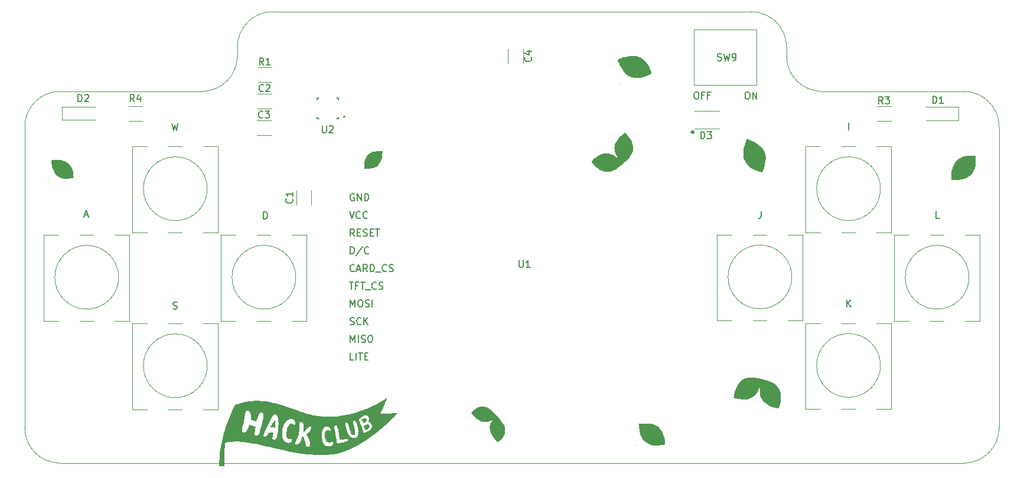
<source format=gbr>
%TF.GenerationSoftware,KiCad,Pcbnew,(6.0.4-0)*%
%TF.CreationDate,2022-09-29T15:47:50-04:00*%
%TF.ProjectId,pigame_pico,70696761-6d65-45f7-9069-636f2e6b6963,rev?*%
%TF.SameCoordinates,Original*%
%TF.FileFunction,Legend,Top*%
%TF.FilePolarity,Positive*%
%FSLAX46Y46*%
G04 Gerber Fmt 4.6, Leading zero omitted, Abs format (unit mm)*
G04 Created by KiCad (PCBNEW (6.0.4-0)) date 2022-09-29 15:47:50*
%MOMM*%
%LPD*%
G01*
G04 APERTURE LIST*
%ADD10C,0.450000*%
%TA.AperFunction,Profile*%
%ADD11C,0.100000*%
%TD*%
%ADD12C,0.150000*%
%ADD13C,0.120000*%
%ADD14C,0.127000*%
%ADD15C,0.200000*%
G04 APERTURE END LIST*
D10*
X178408000Y-76962000D02*
G75*
G03*
X178408000Y-76962000I-100000J0D01*
G01*
D11*
X196850002Y-71120002D02*
X217170000Y-71120000D01*
X118110000Y-59690000D02*
X152400000Y-59690000D01*
X186690000Y-59690000D02*
X152400000Y-59690000D01*
X82550000Y-119380000D02*
G75*
G03*
X87630000Y-124460000I5080000J0D01*
G01*
X87630000Y-71120000D02*
X107950002Y-71120002D01*
X152400000Y-124460000D02*
X217170000Y-124460000D01*
X222250000Y-119380000D02*
X222250000Y-76200000D01*
X191770000Y-64770000D02*
X191770002Y-66040002D01*
X217170000Y-124460000D02*
G75*
G03*
X222250000Y-119380000I0J5080000D01*
G01*
X113030000Y-64770000D02*
X113030002Y-66040002D01*
X107950002Y-71120002D02*
G75*
G03*
X113030002Y-66040002I-2J5080002D01*
G01*
X191770000Y-64770000D02*
G75*
G03*
X186690000Y-59690000I-5080000J0D01*
G01*
X191769998Y-66040002D02*
G75*
G03*
X196850002Y-71120002I5080002J2D01*
G01*
X222250000Y-76200000D02*
G75*
G03*
X217170000Y-71120000I-5080000J0D01*
G01*
X82550000Y-76200000D02*
X82550000Y-119380000D01*
X87630000Y-71120000D02*
G75*
G03*
X82550000Y-76200000I0J-5080000D01*
G01*
X118110000Y-59690000D02*
G75*
G03*
X113030000Y-64770000I0J-5080000D01*
G01*
X152400000Y-124460000D02*
X87630000Y-124460000D01*
D12*
X178752619Y-71207380D02*
X178943095Y-71207380D01*
X179038333Y-71255000D01*
X179133571Y-71350238D01*
X179181190Y-71540714D01*
X179181190Y-71874047D01*
X179133571Y-72064523D01*
X179038333Y-72159761D01*
X178943095Y-72207380D01*
X178752619Y-72207380D01*
X178657380Y-72159761D01*
X178562142Y-72064523D01*
X178514523Y-71874047D01*
X178514523Y-71540714D01*
X178562142Y-71350238D01*
X178657380Y-71255000D01*
X178752619Y-71207380D01*
X179943095Y-71683571D02*
X179609761Y-71683571D01*
X179609761Y-72207380D02*
X179609761Y-71207380D01*
X180085952Y-71207380D01*
X180800238Y-71683571D02*
X180466904Y-71683571D01*
X180466904Y-72207380D02*
X180466904Y-71207380D01*
X180943095Y-71207380D01*
X186070952Y-71207380D02*
X186261428Y-71207380D01*
X186356666Y-71255000D01*
X186451904Y-71350238D01*
X186499523Y-71540714D01*
X186499523Y-71874047D01*
X186451904Y-72064523D01*
X186356666Y-72159761D01*
X186261428Y-72207380D01*
X186070952Y-72207380D01*
X185975714Y-72159761D01*
X185880476Y-72064523D01*
X185832857Y-71874047D01*
X185832857Y-71540714D01*
X185880476Y-71350238D01*
X185975714Y-71255000D01*
X186070952Y-71207380D01*
X186928095Y-72207380D02*
X186928095Y-71207380D01*
X187499523Y-72207380D01*
X187499523Y-71207380D01*
%TO.C,SW4*%
X116792095Y-89402380D02*
X116792095Y-88402380D01*
X117030190Y-88402380D01*
X117173047Y-88450000D01*
X117268285Y-88545238D01*
X117315904Y-88640476D01*
X117363523Y-88830952D01*
X117363523Y-88973809D01*
X117315904Y-89164285D01*
X117268285Y-89259523D01*
X117173047Y-89354761D01*
X117030190Y-89402380D01*
X116792095Y-89402380D01*
%TO.C,D3*%
X179474904Y-77922380D02*
X179474904Y-76922380D01*
X179713000Y-76922380D01*
X179855857Y-76970000D01*
X179951095Y-77065238D01*
X179998714Y-77160476D01*
X180046333Y-77350952D01*
X180046333Y-77493809D01*
X179998714Y-77684285D01*
X179951095Y-77779523D01*
X179855857Y-77874761D01*
X179713000Y-77922380D01*
X179474904Y-77922380D01*
X180379666Y-76922380D02*
X180998714Y-76922380D01*
X180665380Y-77303333D01*
X180808238Y-77303333D01*
X180903476Y-77350952D01*
X180951095Y-77398571D01*
X180998714Y-77493809D01*
X180998714Y-77731904D01*
X180951095Y-77827142D01*
X180903476Y-77874761D01*
X180808238Y-77922380D01*
X180522523Y-77922380D01*
X180427285Y-77874761D01*
X180379666Y-77827142D01*
%TO.C,U2*%
X125222095Y-76033380D02*
X125222095Y-76842904D01*
X125269714Y-76938142D01*
X125317333Y-76985761D01*
X125412571Y-77033380D01*
X125603047Y-77033380D01*
X125698285Y-76985761D01*
X125745904Y-76938142D01*
X125793523Y-76842904D01*
X125793523Y-76033380D01*
X126222095Y-76128619D02*
X126269714Y-76081000D01*
X126364952Y-76033380D01*
X126603047Y-76033380D01*
X126698285Y-76081000D01*
X126745904Y-76128619D01*
X126793523Y-76223857D01*
X126793523Y-76319095D01*
X126745904Y-76461952D01*
X126174476Y-77033380D01*
X126793523Y-77033380D01*
%TO.C,SW8*%
X213669523Y-89352380D02*
X213193333Y-89352380D01*
X213193333Y-88352380D01*
%TO.C,SW3*%
X103814285Y-102308761D02*
X103957142Y-102356380D01*
X104195238Y-102356380D01*
X104290476Y-102308761D01*
X104338095Y-102261142D01*
X104385714Y-102165904D01*
X104385714Y-102070666D01*
X104338095Y-101975428D01*
X104290476Y-101927809D01*
X104195238Y-101880190D01*
X104004761Y-101832571D01*
X103909523Y-101784952D01*
X103861904Y-101737333D01*
X103814285Y-101642095D01*
X103814285Y-101546857D01*
X103861904Y-101451619D01*
X103909523Y-101404000D01*
X104004761Y-101356380D01*
X104242857Y-101356380D01*
X104385714Y-101404000D01*
%TO.C,*%
%TO.C,C2*%
X116768333Y-71049542D02*
X116720714Y-71097161D01*
X116577857Y-71144780D01*
X116482619Y-71144780D01*
X116339761Y-71097161D01*
X116244523Y-71001923D01*
X116196904Y-70906685D01*
X116149285Y-70716209D01*
X116149285Y-70573352D01*
X116196904Y-70382876D01*
X116244523Y-70287638D01*
X116339761Y-70192400D01*
X116482619Y-70144780D01*
X116577857Y-70144780D01*
X116720714Y-70192400D01*
X116768333Y-70240019D01*
X117149285Y-70240019D02*
X117196904Y-70192400D01*
X117292142Y-70144780D01*
X117530238Y-70144780D01*
X117625476Y-70192400D01*
X117673095Y-70240019D01*
X117720714Y-70335257D01*
X117720714Y-70430495D01*
X117673095Y-70573352D01*
X117101666Y-71144780D01*
X117720714Y-71144780D01*
%TO.C,C1*%
X120880142Y-86526666D02*
X120927761Y-86574285D01*
X120975380Y-86717142D01*
X120975380Y-86812380D01*
X120927761Y-86955238D01*
X120832523Y-87050476D01*
X120737285Y-87098095D01*
X120546809Y-87145714D01*
X120403952Y-87145714D01*
X120213476Y-87098095D01*
X120118238Y-87050476D01*
X120023000Y-86955238D01*
X119975380Y-86812380D01*
X119975380Y-86717142D01*
X120023000Y-86574285D01*
X120070619Y-86526666D01*
X120975380Y-85574285D02*
X120975380Y-86145714D01*
X120975380Y-85860000D02*
X119975380Y-85860000D01*
X120118238Y-85955238D01*
X120213476Y-86050476D01*
X120261095Y-86145714D01*
%TO.C,*%
%TO.C,R3*%
X205573333Y-72897380D02*
X205240000Y-72421190D01*
X205001904Y-72897380D02*
X205001904Y-71897380D01*
X205382857Y-71897380D01*
X205478095Y-71945000D01*
X205525714Y-71992619D01*
X205573333Y-72087857D01*
X205573333Y-72230714D01*
X205525714Y-72325952D01*
X205478095Y-72373571D01*
X205382857Y-72421190D01*
X205001904Y-72421190D01*
X205906666Y-71897380D02*
X206525714Y-71897380D01*
X206192380Y-72278333D01*
X206335238Y-72278333D01*
X206430476Y-72325952D01*
X206478095Y-72373571D01*
X206525714Y-72468809D01*
X206525714Y-72706904D01*
X206478095Y-72802142D01*
X206430476Y-72849761D01*
X206335238Y-72897380D01*
X206049523Y-72897380D01*
X205954285Y-72849761D01*
X205906666Y-72802142D01*
%TO.C,*%
%TO.C,SW5*%
X200660000Y-76652380D02*
X200660000Y-75652380D01*
%TO.C,U1*%
X153434146Y-95363431D02*
X153434146Y-96172955D01*
X153481765Y-96268193D01*
X153529384Y-96315812D01*
X153624622Y-96363431D01*
X153815098Y-96363431D01*
X153910336Y-96315812D01*
X153957955Y-96268193D01*
X154005574Y-96172955D01*
X154005574Y-95363431D01*
X155005574Y-96363431D02*
X154434146Y-96363431D01*
X154719860Y-96363431D02*
X154719860Y-95363431D01*
X154624622Y-95506289D01*
X154529384Y-95601527D01*
X154434146Y-95649146D01*
X129097738Y-88352380D02*
X129431071Y-89352380D01*
X129764404Y-88352380D01*
X130669166Y-89257142D02*
X130621547Y-89304761D01*
X130478690Y-89352380D01*
X130383452Y-89352380D01*
X130240595Y-89304761D01*
X130145357Y-89209523D01*
X130097738Y-89114285D01*
X130050119Y-88923809D01*
X130050119Y-88780952D01*
X130097738Y-88590476D01*
X130145357Y-88495238D01*
X130240595Y-88400000D01*
X130383452Y-88352380D01*
X130478690Y-88352380D01*
X130621547Y-88400000D01*
X130669166Y-88447619D01*
X131669166Y-89257142D02*
X131621547Y-89304761D01*
X131478690Y-89352380D01*
X131383452Y-89352380D01*
X131240595Y-89304761D01*
X131145357Y-89209523D01*
X131097738Y-89114285D01*
X131050119Y-88923809D01*
X131050119Y-88780952D01*
X131097738Y-88590476D01*
X131145357Y-88495238D01*
X131240595Y-88400000D01*
X131383452Y-88352380D01*
X131478690Y-88352380D01*
X131621547Y-88400000D01*
X131669166Y-88447619D01*
X129097738Y-98512380D02*
X129669166Y-98512380D01*
X129383452Y-99512380D02*
X129383452Y-98512380D01*
X130335833Y-98988571D02*
X130002500Y-98988571D01*
X130002500Y-99512380D02*
X130002500Y-98512380D01*
X130478690Y-98512380D01*
X130716785Y-98512380D02*
X131288214Y-98512380D01*
X131002500Y-99512380D02*
X131002500Y-98512380D01*
X131383452Y-99607619D02*
X132145357Y-99607619D01*
X132954880Y-99417142D02*
X132907261Y-99464761D01*
X132764404Y-99512380D01*
X132669166Y-99512380D01*
X132526309Y-99464761D01*
X132431071Y-99369523D01*
X132383452Y-99274285D01*
X132335833Y-99083809D01*
X132335833Y-98940952D01*
X132383452Y-98750476D01*
X132431071Y-98655238D01*
X132526309Y-98560000D01*
X132669166Y-98512380D01*
X132764404Y-98512380D01*
X132907261Y-98560000D01*
X132954880Y-98607619D01*
X133335833Y-99464761D02*
X133478690Y-99512380D01*
X133716785Y-99512380D01*
X133812023Y-99464761D01*
X133859642Y-99417142D01*
X133907261Y-99321904D01*
X133907261Y-99226666D01*
X133859642Y-99131428D01*
X133812023Y-99083809D01*
X133716785Y-99036190D01*
X133526309Y-98988571D01*
X133431071Y-98940952D01*
X133383452Y-98893333D01*
X133335833Y-98798095D01*
X133335833Y-98702857D01*
X133383452Y-98607619D01*
X133431071Y-98560000D01*
X133526309Y-98512380D01*
X133764404Y-98512380D01*
X133907261Y-98560000D01*
X129192976Y-104544761D02*
X129335833Y-104592380D01*
X129573928Y-104592380D01*
X129669166Y-104544761D01*
X129716785Y-104497142D01*
X129764404Y-104401904D01*
X129764404Y-104306666D01*
X129716785Y-104211428D01*
X129669166Y-104163809D01*
X129573928Y-104116190D01*
X129383452Y-104068571D01*
X129288214Y-104020952D01*
X129240595Y-103973333D01*
X129192976Y-103878095D01*
X129192976Y-103782857D01*
X129240595Y-103687619D01*
X129288214Y-103640000D01*
X129383452Y-103592380D01*
X129621547Y-103592380D01*
X129764404Y-103640000D01*
X130764404Y-104497142D02*
X130716785Y-104544761D01*
X130573928Y-104592380D01*
X130478690Y-104592380D01*
X130335833Y-104544761D01*
X130240595Y-104449523D01*
X130192976Y-104354285D01*
X130145357Y-104163809D01*
X130145357Y-104020952D01*
X130192976Y-103830476D01*
X130240595Y-103735238D01*
X130335833Y-103640000D01*
X130478690Y-103592380D01*
X130573928Y-103592380D01*
X130716785Y-103640000D01*
X130764404Y-103687619D01*
X131192976Y-104592380D02*
X131192976Y-103592380D01*
X131764404Y-104592380D02*
X131335833Y-104020952D01*
X131764404Y-103592380D02*
X131192976Y-104163809D01*
X129716785Y-109672380D02*
X129240595Y-109672380D01*
X129240595Y-108672380D01*
X130050119Y-109672380D02*
X130050119Y-108672380D01*
X130383452Y-108672380D02*
X130954880Y-108672380D01*
X130669166Y-109672380D02*
X130669166Y-108672380D01*
X131288214Y-109148571D02*
X131621547Y-109148571D01*
X131764404Y-109672380D02*
X131288214Y-109672380D01*
X131288214Y-108672380D01*
X131764404Y-108672380D01*
X129240595Y-102052380D02*
X129240595Y-101052380D01*
X129573928Y-101766666D01*
X129907261Y-101052380D01*
X129907261Y-102052380D01*
X130573928Y-101052380D02*
X130764404Y-101052380D01*
X130859642Y-101100000D01*
X130954880Y-101195238D01*
X131002500Y-101385714D01*
X131002500Y-101719047D01*
X130954880Y-101909523D01*
X130859642Y-102004761D01*
X130764404Y-102052380D01*
X130573928Y-102052380D01*
X130478690Y-102004761D01*
X130383452Y-101909523D01*
X130335833Y-101719047D01*
X130335833Y-101385714D01*
X130383452Y-101195238D01*
X130478690Y-101100000D01*
X130573928Y-101052380D01*
X131383452Y-102004761D02*
X131526309Y-102052380D01*
X131764404Y-102052380D01*
X131859642Y-102004761D01*
X131907261Y-101957142D01*
X131954880Y-101861904D01*
X131954880Y-101766666D01*
X131907261Y-101671428D01*
X131859642Y-101623809D01*
X131764404Y-101576190D01*
X131573928Y-101528571D01*
X131478690Y-101480952D01*
X131431071Y-101433333D01*
X131383452Y-101338095D01*
X131383452Y-101242857D01*
X131431071Y-101147619D01*
X131478690Y-101100000D01*
X131573928Y-101052380D01*
X131812023Y-101052380D01*
X131954880Y-101100000D01*
X132383452Y-102052380D02*
X132383452Y-101052380D01*
X129240595Y-94432380D02*
X129240595Y-93432380D01*
X129478690Y-93432380D01*
X129621547Y-93480000D01*
X129716785Y-93575238D01*
X129764404Y-93670476D01*
X129812023Y-93860952D01*
X129812023Y-94003809D01*
X129764404Y-94194285D01*
X129716785Y-94289523D01*
X129621547Y-94384761D01*
X129478690Y-94432380D01*
X129240595Y-94432380D01*
X130954880Y-93384761D02*
X130097738Y-94670476D01*
X131859642Y-94337142D02*
X131812023Y-94384761D01*
X131669166Y-94432380D01*
X131573928Y-94432380D01*
X131431071Y-94384761D01*
X131335833Y-94289523D01*
X131288214Y-94194285D01*
X131240595Y-94003809D01*
X131240595Y-93860952D01*
X131288214Y-93670476D01*
X131335833Y-93575238D01*
X131431071Y-93480000D01*
X131573928Y-93432380D01*
X131669166Y-93432380D01*
X131812023Y-93480000D01*
X131859642Y-93527619D01*
X129812023Y-96877142D02*
X129764404Y-96924761D01*
X129621547Y-96972380D01*
X129526309Y-96972380D01*
X129383452Y-96924761D01*
X129288214Y-96829523D01*
X129240595Y-96734285D01*
X129192976Y-96543809D01*
X129192976Y-96400952D01*
X129240595Y-96210476D01*
X129288214Y-96115238D01*
X129383452Y-96020000D01*
X129526309Y-95972380D01*
X129621547Y-95972380D01*
X129764404Y-96020000D01*
X129812023Y-96067619D01*
X130192976Y-96686666D02*
X130669166Y-96686666D01*
X130097738Y-96972380D02*
X130431071Y-95972380D01*
X130764404Y-96972380D01*
X131669166Y-96972380D02*
X131335833Y-96496190D01*
X131097738Y-96972380D02*
X131097738Y-95972380D01*
X131478690Y-95972380D01*
X131573928Y-96020000D01*
X131621547Y-96067619D01*
X131669166Y-96162857D01*
X131669166Y-96305714D01*
X131621547Y-96400952D01*
X131573928Y-96448571D01*
X131478690Y-96496190D01*
X131097738Y-96496190D01*
X132097738Y-96972380D02*
X132097738Y-95972380D01*
X132335833Y-95972380D01*
X132478690Y-96020000D01*
X132573928Y-96115238D01*
X132621547Y-96210476D01*
X132669166Y-96400952D01*
X132669166Y-96543809D01*
X132621547Y-96734285D01*
X132573928Y-96829523D01*
X132478690Y-96924761D01*
X132335833Y-96972380D01*
X132097738Y-96972380D01*
X132859642Y-97067619D02*
X133621547Y-97067619D01*
X134431071Y-96877142D02*
X134383452Y-96924761D01*
X134240595Y-96972380D01*
X134145357Y-96972380D01*
X134002500Y-96924761D01*
X133907261Y-96829523D01*
X133859642Y-96734285D01*
X133812023Y-96543809D01*
X133812023Y-96400952D01*
X133859642Y-96210476D01*
X133907261Y-96115238D01*
X134002500Y-96020000D01*
X134145357Y-95972380D01*
X134240595Y-95972380D01*
X134383452Y-96020000D01*
X134431071Y-96067619D01*
X134812023Y-96924761D02*
X134954880Y-96972380D01*
X135192976Y-96972380D01*
X135288214Y-96924761D01*
X135335833Y-96877142D01*
X135383452Y-96781904D01*
X135383452Y-96686666D01*
X135335833Y-96591428D01*
X135288214Y-96543809D01*
X135192976Y-96496190D01*
X135002500Y-96448571D01*
X134907261Y-96400952D01*
X134859642Y-96353333D01*
X134812023Y-96258095D01*
X134812023Y-96162857D01*
X134859642Y-96067619D01*
X134907261Y-96020000D01*
X135002500Y-95972380D01*
X135240595Y-95972380D01*
X135383452Y-96020000D01*
X129240595Y-107132380D02*
X129240595Y-106132380D01*
X129573928Y-106846666D01*
X129907261Y-106132380D01*
X129907261Y-107132380D01*
X130383452Y-107132380D02*
X130383452Y-106132380D01*
X130812023Y-107084761D02*
X130954880Y-107132380D01*
X131192976Y-107132380D01*
X131288214Y-107084761D01*
X131335833Y-107037142D01*
X131383452Y-106941904D01*
X131383452Y-106846666D01*
X131335833Y-106751428D01*
X131288214Y-106703809D01*
X131192976Y-106656190D01*
X131002500Y-106608571D01*
X130907261Y-106560952D01*
X130859642Y-106513333D01*
X130812023Y-106418095D01*
X130812023Y-106322857D01*
X130859642Y-106227619D01*
X130907261Y-106180000D01*
X131002500Y-106132380D01*
X131240595Y-106132380D01*
X131383452Y-106180000D01*
X132002500Y-106132380D02*
X132192976Y-106132380D01*
X132288214Y-106180000D01*
X132383452Y-106275238D01*
X132431071Y-106465714D01*
X132431071Y-106799047D01*
X132383452Y-106989523D01*
X132288214Y-107084761D01*
X132192976Y-107132380D01*
X132002500Y-107132380D01*
X131907261Y-107084761D01*
X131812023Y-106989523D01*
X131764404Y-106799047D01*
X131764404Y-106465714D01*
X131812023Y-106275238D01*
X131907261Y-106180000D01*
X132002500Y-106132380D01*
X129764404Y-85860000D02*
X129669166Y-85812380D01*
X129526309Y-85812380D01*
X129383452Y-85860000D01*
X129288214Y-85955238D01*
X129240595Y-86050476D01*
X129192976Y-86240952D01*
X129192976Y-86383809D01*
X129240595Y-86574285D01*
X129288214Y-86669523D01*
X129383452Y-86764761D01*
X129526309Y-86812380D01*
X129621547Y-86812380D01*
X129764404Y-86764761D01*
X129812023Y-86717142D01*
X129812023Y-86383809D01*
X129621547Y-86383809D01*
X130240595Y-86812380D02*
X130240595Y-85812380D01*
X130812023Y-86812380D01*
X130812023Y-85812380D01*
X131288214Y-86812380D02*
X131288214Y-85812380D01*
X131526309Y-85812380D01*
X131669166Y-85860000D01*
X131764404Y-85955238D01*
X131812023Y-86050476D01*
X131859642Y-86240952D01*
X131859642Y-86383809D01*
X131812023Y-86574285D01*
X131764404Y-86669523D01*
X131669166Y-86764761D01*
X131526309Y-86812380D01*
X131288214Y-86812380D01*
X129812023Y-91892380D02*
X129478690Y-91416190D01*
X129240595Y-91892380D02*
X129240595Y-90892380D01*
X129621547Y-90892380D01*
X129716785Y-90940000D01*
X129764404Y-90987619D01*
X129812023Y-91082857D01*
X129812023Y-91225714D01*
X129764404Y-91320952D01*
X129716785Y-91368571D01*
X129621547Y-91416190D01*
X129240595Y-91416190D01*
X130240595Y-91368571D02*
X130573928Y-91368571D01*
X130716785Y-91892380D02*
X130240595Y-91892380D01*
X130240595Y-90892380D01*
X130716785Y-90892380D01*
X131097738Y-91844761D02*
X131240595Y-91892380D01*
X131478690Y-91892380D01*
X131573928Y-91844761D01*
X131621547Y-91797142D01*
X131669166Y-91701904D01*
X131669166Y-91606666D01*
X131621547Y-91511428D01*
X131573928Y-91463809D01*
X131478690Y-91416190D01*
X131288214Y-91368571D01*
X131192976Y-91320952D01*
X131145357Y-91273333D01*
X131097738Y-91178095D01*
X131097738Y-91082857D01*
X131145357Y-90987619D01*
X131192976Y-90940000D01*
X131288214Y-90892380D01*
X131526309Y-90892380D01*
X131669166Y-90940000D01*
X132097738Y-91368571D02*
X132431071Y-91368571D01*
X132573928Y-91892380D02*
X132097738Y-91892380D01*
X132097738Y-90892380D01*
X132573928Y-90892380D01*
X132859642Y-90892380D02*
X133431071Y-90892380D01*
X133145357Y-91892380D02*
X133145357Y-90892380D01*
%TO.C,R1*%
X116800333Y-67309380D02*
X116467000Y-66833190D01*
X116228904Y-67309380D02*
X116228904Y-66309380D01*
X116609857Y-66309380D01*
X116705095Y-66357000D01*
X116752714Y-66404619D01*
X116800333Y-66499857D01*
X116800333Y-66642714D01*
X116752714Y-66737952D01*
X116705095Y-66785571D01*
X116609857Y-66833190D01*
X116228904Y-66833190D01*
X117752714Y-67309380D02*
X117181285Y-67309380D01*
X117467000Y-67309380D02*
X117467000Y-66309380D01*
X117371761Y-66452238D01*
X117276523Y-66547476D01*
X117181285Y-66595095D01*
%TO.C,SW7*%
X200398095Y-102052380D02*
X200398095Y-101052380D01*
X200969523Y-102052380D02*
X200540952Y-101480952D01*
X200969523Y-101052380D02*
X200398095Y-101623809D01*
%TO.C,SW1*%
X103671428Y-75702380D02*
X103909523Y-76702380D01*
X104100000Y-75988095D01*
X104290476Y-76702380D01*
X104528571Y-75702380D01*
%TO.C,*%
%TO.C,SW2*%
X91161904Y-88862666D02*
X91638095Y-88862666D01*
X91066666Y-89148380D02*
X91400000Y-88148380D01*
X91733333Y-89148380D01*
%TO.C,*%
%TO.C,D2*%
X90193904Y-72588380D02*
X90193904Y-71588380D01*
X90432000Y-71588380D01*
X90574857Y-71636000D01*
X90670095Y-71731238D01*
X90717714Y-71826476D01*
X90765333Y-72016952D01*
X90765333Y-72159809D01*
X90717714Y-72350285D01*
X90670095Y-72445523D01*
X90574857Y-72540761D01*
X90432000Y-72588380D01*
X90193904Y-72588380D01*
X91146285Y-71683619D02*
X91193904Y-71636000D01*
X91289142Y-71588380D01*
X91527238Y-71588380D01*
X91622476Y-71636000D01*
X91670095Y-71683619D01*
X91717714Y-71778857D01*
X91717714Y-71874095D01*
X91670095Y-72016952D01*
X91098666Y-72588380D01*
X91717714Y-72588380D01*
%TO.C,C3*%
X116673333Y-74834142D02*
X116625714Y-74881761D01*
X116482857Y-74929380D01*
X116387619Y-74929380D01*
X116244761Y-74881761D01*
X116149523Y-74786523D01*
X116101904Y-74691285D01*
X116054285Y-74500809D01*
X116054285Y-74357952D01*
X116101904Y-74167476D01*
X116149523Y-74072238D01*
X116244761Y-73977000D01*
X116387619Y-73929380D01*
X116482857Y-73929380D01*
X116625714Y-73977000D01*
X116673333Y-74024619D01*
X117006666Y-73929380D02*
X117625714Y-73929380D01*
X117292380Y-74310333D01*
X117435238Y-74310333D01*
X117530476Y-74357952D01*
X117578095Y-74405571D01*
X117625714Y-74500809D01*
X117625714Y-74738904D01*
X117578095Y-74834142D01*
X117530476Y-74881761D01*
X117435238Y-74929380D01*
X117149523Y-74929380D01*
X117054285Y-74881761D01*
X117006666Y-74834142D01*
%TO.C,C4*%
X155115142Y-66238666D02*
X155162761Y-66286285D01*
X155210380Y-66429142D01*
X155210380Y-66524380D01*
X155162761Y-66667238D01*
X155067523Y-66762476D01*
X154972285Y-66810095D01*
X154781809Y-66857714D01*
X154638952Y-66857714D01*
X154448476Y-66810095D01*
X154353238Y-66762476D01*
X154258000Y-66667238D01*
X154210380Y-66524380D01*
X154210380Y-66429142D01*
X154258000Y-66286285D01*
X154305619Y-66238666D01*
X154543714Y-65381523D02*
X155210380Y-65381523D01*
X154162761Y-65619619D02*
X154877047Y-65857714D01*
X154877047Y-65238666D01*
%TO.C,SW9*%
X181866066Y-66647961D02*
X182008923Y-66695580D01*
X182247019Y-66695580D01*
X182342257Y-66647961D01*
X182389876Y-66600342D01*
X182437495Y-66505104D01*
X182437495Y-66409866D01*
X182389876Y-66314628D01*
X182342257Y-66267009D01*
X182247019Y-66219390D01*
X182056542Y-66171771D01*
X181961304Y-66124152D01*
X181913685Y-66076533D01*
X181866066Y-65981295D01*
X181866066Y-65886057D01*
X181913685Y-65790819D01*
X181961304Y-65743200D01*
X182056542Y-65695580D01*
X182294638Y-65695580D01*
X182437495Y-65743200D01*
X182770828Y-65695580D02*
X183008923Y-66695580D01*
X183199400Y-65981295D01*
X183389876Y-66695580D01*
X183627971Y-65695580D01*
X184056542Y-66695580D02*
X184247019Y-66695580D01*
X184342257Y-66647961D01*
X184389876Y-66600342D01*
X184485114Y-66457485D01*
X184532733Y-66267009D01*
X184532733Y-65886057D01*
X184485114Y-65790819D01*
X184437495Y-65743200D01*
X184342257Y-65695580D01*
X184151780Y-65695580D01*
X184056542Y-65743200D01*
X184008923Y-65790819D01*
X183961304Y-65886057D01*
X183961304Y-66124152D01*
X184008923Y-66219390D01*
X184056542Y-66267009D01*
X184151780Y-66314628D01*
X184342257Y-66314628D01*
X184437495Y-66267009D01*
X184485114Y-66219390D01*
X184532733Y-66124152D01*
%TO.C,D1*%
X212748904Y-72842380D02*
X212748904Y-71842380D01*
X212987000Y-71842380D01*
X213129857Y-71890000D01*
X213225095Y-71985238D01*
X213272714Y-72080476D01*
X213320333Y-72270952D01*
X213320333Y-72413809D01*
X213272714Y-72604285D01*
X213225095Y-72699523D01*
X213129857Y-72794761D01*
X212987000Y-72842380D01*
X212748904Y-72842380D01*
X214272714Y-72842380D02*
X213701285Y-72842380D01*
X213987000Y-72842380D02*
X213987000Y-71842380D01*
X213891761Y-71985238D01*
X213796523Y-72080476D01*
X213701285Y-72128095D01*
%TO.C,SW6*%
X188102857Y-88352380D02*
X188102857Y-89066666D01*
X188055238Y-89209523D01*
X187960000Y-89304761D01*
X187817142Y-89352380D01*
X187721904Y-89352380D01*
%TO.C,R4*%
X98258333Y-72588380D02*
X97925000Y-72112190D01*
X97686904Y-72588380D02*
X97686904Y-71588380D01*
X98067857Y-71588380D01*
X98163095Y-71636000D01*
X98210714Y-71683619D01*
X98258333Y-71778857D01*
X98258333Y-71921714D01*
X98210714Y-72016952D01*
X98163095Y-72064571D01*
X98067857Y-72112190D01*
X97686904Y-72112190D01*
X99115476Y-71921714D02*
X99115476Y-72588380D01*
X98877380Y-71540761D02*
X98639285Y-72255047D01*
X99258333Y-72255047D01*
%TO.C,*%
D13*
%TO.C,SW4*%
X115830000Y-91740000D02*
X117770000Y-91740000D01*
X110650000Y-91740000D02*
X112770000Y-91740000D01*
X110650000Y-104040000D02*
X110650000Y-91740000D01*
X117770000Y-104040000D02*
X115830000Y-104040000D01*
X122950000Y-104040000D02*
X120830000Y-104040000D01*
X122950000Y-91740000D02*
X122950000Y-104040000D01*
X112770000Y-104040000D02*
X110650000Y-104040000D01*
X120830000Y-91740000D02*
X122950000Y-91740000D01*
X121419050Y-97790000D02*
G75*
G03*
X121419050Y-97790000I-4579050J0D01*
G01*
%TO.C,D3*%
X178590000Y-73934000D02*
X182090000Y-73934000D01*
X178590000Y-76434000D02*
X182090000Y-76434000D01*
D14*
%TO.C,U2*%
X124485400Y-75069600D02*
X124739400Y-75069600D01*
X127482600Y-75069600D02*
X127482600Y-74815600D01*
X124739400Y-72072400D02*
X124485400Y-72072400D01*
X127482600Y-72326400D02*
X127482600Y-72072400D01*
X124485400Y-72072400D02*
X124485400Y-72326400D01*
X127482600Y-72072400D02*
X127228600Y-72072400D01*
X124485400Y-74815600D02*
X124485400Y-75069600D01*
X127228600Y-75069600D02*
X127482600Y-75069600D01*
D15*
X128445803Y-74771000D02*
G75*
G03*
X128445803Y-74771000I-111803J0D01*
G01*
D13*
%TO.C,SW8*%
X207170000Y-104040000D02*
X207170000Y-91740000D01*
X212350000Y-91740000D02*
X214290000Y-91740000D01*
X207170000Y-91740000D02*
X209290000Y-91740000D01*
X214290000Y-104040000D02*
X212350000Y-104040000D01*
X209290000Y-104040000D02*
X207170000Y-104040000D01*
X219470000Y-91740000D02*
X219470000Y-104040000D01*
X219470000Y-104040000D02*
X217350000Y-104040000D01*
X217350000Y-91740000D02*
X219470000Y-91740000D01*
X217939050Y-97790000D02*
G75*
G03*
X217939050Y-97790000I-4579050J0D01*
G01*
%TO.C,SW3*%
X105070000Y-116740000D02*
X103130000Y-116740000D01*
X100070000Y-116740000D02*
X97950000Y-116740000D01*
X97950000Y-116740000D02*
X97950000Y-104440000D01*
X110250000Y-116740000D02*
X108130000Y-116740000D01*
X110250000Y-104440000D02*
X110250000Y-116740000D01*
X108130000Y-104440000D02*
X110250000Y-104440000D01*
X103130000Y-104440000D02*
X105070000Y-104440000D01*
X97950000Y-104440000D02*
X100070000Y-104440000D01*
X108719050Y-110490000D02*
G75*
G03*
X108719050Y-110490000I-4579050J0D01*
G01*
%TO.C,G\u002A\u002A\u002A*%
G36*
X131785467Y-118905992D02*
G01*
X131843033Y-118925994D01*
X131914336Y-118985101D01*
X131963083Y-119067320D01*
X131986519Y-119161938D01*
X131981890Y-119258239D01*
X131949610Y-119340521D01*
X131886885Y-119414243D01*
X131788945Y-119491521D01*
X131659300Y-119569855D01*
X131552384Y-119623594D01*
X131479416Y-119657405D01*
X131420906Y-119683798D01*
X131385112Y-119699083D01*
X131378142Y-119701420D01*
X131370215Y-119683623D01*
X131353626Y-119634478D01*
X131330391Y-119560348D01*
X131302526Y-119467600D01*
X131284171Y-119404788D01*
X131198365Y-119108156D01*
X131246168Y-119069448D01*
X131347087Y-119002039D01*
X131460384Y-118949848D01*
X131577150Y-118915016D01*
X131688481Y-118899684D01*
X131785467Y-118905992D01*
G37*
G36*
X118378503Y-118315014D02*
G01*
X118408288Y-118328225D01*
X118430844Y-118362286D01*
X118446877Y-118420921D01*
X118457094Y-118507853D01*
X118462201Y-118626805D01*
X118463030Y-118760679D01*
X118460913Y-118946876D01*
X118456411Y-119095921D01*
X118449340Y-119209800D01*
X118439519Y-119290497D01*
X118426766Y-119339997D01*
X118410897Y-119360283D01*
X118407901Y-119360966D01*
X118372847Y-119359939D01*
X118314429Y-119354191D01*
X118270710Y-119348514D01*
X118203132Y-119339374D01*
X118111606Y-119327635D01*
X118011125Y-119315201D01*
X117960834Y-119309155D01*
X117867850Y-119297007D01*
X117808458Y-119286089D01*
X117777148Y-119274904D01*
X117768409Y-119261952D01*
X117769498Y-119257142D01*
X117782195Y-119233554D01*
X117812588Y-119181151D01*
X117857923Y-119104557D01*
X117915446Y-119008395D01*
X117982403Y-118897291D01*
X118056039Y-118775869D01*
X118059774Y-118769730D01*
X118145823Y-118629168D01*
X118214480Y-118519242D01*
X118268032Y-118436686D01*
X118308767Y-118378238D01*
X118338973Y-118340634D01*
X118360938Y-118320610D01*
X118376949Y-118314901D01*
X118378503Y-118315014D01*
G37*
G36*
X114604007Y-121525975D02*
G01*
X114296698Y-121480695D01*
X114006559Y-121443257D01*
X113731566Y-121413275D01*
X113469696Y-121390365D01*
X113400416Y-121385302D01*
X113212055Y-121375796D01*
X113000804Y-121371382D01*
X112777288Y-121371839D01*
X112552128Y-121376942D01*
X112335947Y-121386472D01*
X112139368Y-121400206D01*
X111999105Y-121414589D01*
X111888166Y-121429165D01*
X111771086Y-121446183D01*
X111654627Y-121464475D01*
X111545546Y-121482872D01*
X111450606Y-121500206D01*
X111376566Y-121515309D01*
X111330186Y-121527013D01*
X111318056Y-121532263D01*
X111310944Y-121556285D01*
X111300774Y-121614169D01*
X111288176Y-121700753D01*
X111273784Y-121810874D01*
X111258228Y-121939370D01*
X111242142Y-122081081D01*
X111226158Y-122230844D01*
X111210907Y-122383496D01*
X111201448Y-122484445D01*
X111192839Y-122587241D01*
X111185685Y-122692599D01*
X111179868Y-122805167D01*
X111175269Y-122929596D01*
X111171771Y-123070535D01*
X111169255Y-123232633D01*
X111167602Y-123420541D01*
X111166694Y-123638908D01*
X111166417Y-123859612D01*
X111166157Y-124852603D01*
X111068163Y-124863303D01*
X111011279Y-124868290D01*
X110926166Y-124874240D01*
X110823761Y-124880450D01*
X110714996Y-124886218D01*
X110700687Y-124886911D01*
X110431204Y-124899820D01*
X110431204Y-124588441D01*
X110438113Y-124236285D01*
X110458275Y-123854313D01*
X110490841Y-123449283D01*
X110534965Y-123027954D01*
X110589796Y-122597083D01*
X110654488Y-122163429D01*
X110728191Y-121733748D01*
X110810058Y-121314800D01*
X110884696Y-120975340D01*
X110977756Y-120601204D01*
X111088942Y-120199976D01*
X111215944Y-119778013D01*
X111220582Y-119763609D01*
X113683852Y-119763609D01*
X113697306Y-119861465D01*
X113728307Y-119939423D01*
X113776772Y-120000471D01*
X113781945Y-120005201D01*
X113838963Y-120033561D01*
X113917988Y-120044291D01*
X114005991Y-120037332D01*
X114089939Y-120012625D01*
X114102869Y-120006656D01*
X114196115Y-119947197D01*
X114291906Y-119863295D01*
X114378210Y-119766890D01*
X114442993Y-119669925D01*
X114443938Y-119668154D01*
X114473216Y-119610033D01*
X114513802Y-119525436D01*
X114561269Y-119423786D01*
X114611189Y-119314509D01*
X114635466Y-119260448D01*
X114679665Y-119161787D01*
X114718224Y-119076454D01*
X114748366Y-119010536D01*
X114767313Y-118970119D01*
X114772420Y-118960269D01*
X114792970Y-118963050D01*
X114844054Y-118976802D01*
X114919348Y-118999413D01*
X115012530Y-119028768D01*
X115117278Y-119062753D01*
X115227267Y-119099252D01*
X115336177Y-119136152D01*
X115437684Y-119171338D01*
X115525465Y-119202696D01*
X115593199Y-119228111D01*
X115634562Y-119245470D01*
X115644475Y-119251902D01*
X115641560Y-119286254D01*
X115633589Y-119351408D01*
X115621721Y-119439465D01*
X115607115Y-119542526D01*
X115590931Y-119652692D01*
X115574329Y-119762064D01*
X115558467Y-119862742D01*
X115544507Y-119946827D01*
X115534037Y-120004262D01*
X115512304Y-120164495D01*
X115516592Y-120295583D01*
X115546950Y-120397740D01*
X115603427Y-120471179D01*
X115646364Y-120499781D01*
X115712362Y-120521072D01*
X115784978Y-120516565D01*
X115874047Y-120485391D01*
X115889460Y-120478349D01*
X115919814Y-120459242D01*
X116793002Y-120459242D01*
X116794325Y-120531680D01*
X116803710Y-120579024D01*
X116824835Y-120615132D01*
X116838516Y-120630731D01*
X116901466Y-120672795D01*
X116975793Y-120680682D01*
X117058352Y-120656624D01*
X117145995Y-120602851D01*
X117235578Y-120521593D01*
X117323954Y-120415083D01*
X117407977Y-120285552D01*
X117458161Y-120191302D01*
X117535756Y-120033525D01*
X117810139Y-120044471D01*
X117951983Y-120050676D01*
X118058928Y-120056920D01*
X118135265Y-120063888D01*
X118185288Y-120072264D01*
X118213288Y-120082733D01*
X118223558Y-120095978D01*
X118221509Y-120110045D01*
X118212793Y-120138716D01*
X118196283Y-120198749D01*
X118173748Y-120283496D01*
X118146957Y-120386304D01*
X118119043Y-120495170D01*
X118083278Y-120640105D01*
X118058748Y-120753119D01*
X118045355Y-120839814D01*
X118042999Y-120905790D01*
X118051580Y-120956650D01*
X118070999Y-120997995D01*
X118101156Y-121035426D01*
X118109305Y-121043775D01*
X118146859Y-121075870D01*
X118184944Y-121089771D01*
X118240177Y-121090383D01*
X118261743Y-121088778D01*
X118361848Y-121066768D01*
X118450991Y-121018601D01*
X118521680Y-120964092D01*
X118580377Y-120903662D01*
X118629444Y-120832051D01*
X118671247Y-120743999D01*
X118708149Y-120634246D01*
X118742513Y-120497530D01*
X118776703Y-120328592D01*
X118787470Y-120269784D01*
X118794708Y-120224526D01*
X119440069Y-120224526D01*
X119448152Y-120412177D01*
X119479547Y-120663022D01*
X119533292Y-120884277D01*
X119609007Y-121075165D01*
X119706317Y-121234913D01*
X119824844Y-121362742D01*
X119954442Y-121452659D01*
X120084115Y-121509760D01*
X120221000Y-121546532D01*
X120355813Y-121561969D01*
X120479272Y-121555066D01*
X120582093Y-121524817D01*
X120589044Y-121521411D01*
X120705616Y-121448528D01*
X120790285Y-121366048D01*
X120841449Y-121277201D01*
X120857506Y-121185215D01*
X120836852Y-121093321D01*
X120818764Y-121058634D01*
X120790103Y-121017252D01*
X120768094Y-120995084D01*
X120764941Y-120993969D01*
X120739504Y-120992936D01*
X120685357Y-120991060D01*
X120612968Y-120988698D01*
X120592681Y-120988056D01*
X120447316Y-120972524D01*
X120330910Y-120933798D01*
X120238575Y-120868458D01*
X120165427Y-120773086D01*
X120108353Y-120649110D01*
X120090998Y-120596618D01*
X120079061Y-120543703D01*
X120071598Y-120481407D01*
X120067663Y-120400774D01*
X120066312Y-120292847D01*
X120066271Y-120250185D01*
X120067212Y-120130285D01*
X120070821Y-120036948D01*
X120078610Y-119957554D01*
X120092089Y-119879485D01*
X120112771Y-119790124D01*
X120128926Y-119727137D01*
X120191471Y-119504111D01*
X120253749Y-119316388D01*
X120317433Y-119160123D01*
X120384195Y-119031471D01*
X120455705Y-118926584D01*
X120498526Y-118876711D01*
X120590365Y-118797655D01*
X120682478Y-118754611D01*
X120771746Y-118747984D01*
X120855053Y-118778183D01*
X120909721Y-118823091D01*
X120979709Y-118882524D01*
X121059468Y-118928580D01*
X121135143Y-118953944D01*
X121162707Y-118956667D01*
X121217602Y-118939571D01*
X121279498Y-118891604D01*
X121281080Y-118890031D01*
X121319206Y-118848012D01*
X121339168Y-118809684D01*
X121346725Y-118759260D01*
X121347716Y-118707334D01*
X121333702Y-118563803D01*
X121289488Y-118440690D01*
X121211815Y-118329945D01*
X121182405Y-118298830D01*
X121087495Y-118219920D01*
X121034867Y-118193175D01*
X130485626Y-118193175D01*
X130488765Y-118218510D01*
X130498529Y-118252802D01*
X130519942Y-118318485D01*
X130551141Y-118410157D01*
X130590261Y-118522415D01*
X130635436Y-118649858D01*
X130684801Y-118787083D01*
X130689440Y-118799877D01*
X130746436Y-118957970D01*
X130806090Y-119125193D01*
X130864962Y-119291778D01*
X130919613Y-119447962D01*
X130966603Y-119583980D01*
X130993183Y-119662222D01*
X131030403Y-119772807D01*
X131063714Y-119871551D01*
X131090946Y-119952042D01*
X131109929Y-120007867D01*
X131118342Y-120032197D01*
X131133080Y-120046053D01*
X131169009Y-120052611D01*
X131233138Y-120052664D01*
X131279734Y-120050395D01*
X131378847Y-120040091D01*
X131469121Y-120018774D01*
X131569317Y-119981712D01*
X131594314Y-119971080D01*
X131761937Y-119892356D01*
X131901238Y-119812140D01*
X132022768Y-119723924D01*
X132091837Y-119664179D01*
X132205342Y-119544672D01*
X132281625Y-119426726D01*
X132322252Y-119306241D01*
X132328788Y-119179119D01*
X132313719Y-119083127D01*
X132261846Y-118920230D01*
X132188702Y-118781456D01*
X132097113Y-118670435D01*
X131989906Y-118590797D01*
X131901744Y-118554076D01*
X131839135Y-118533578D01*
X131808246Y-118516013D01*
X131802314Y-118496872D01*
X131804699Y-118489397D01*
X131856338Y-118342949D01*
X131888694Y-118199545D01*
X131898465Y-118092153D01*
X131895916Y-118011753D01*
X131883129Y-117945287D01*
X131855557Y-117873834D01*
X131836211Y-117833177D01*
X131778610Y-117733973D01*
X131716605Y-117667791D01*
X131642522Y-117628593D01*
X131553639Y-117610814D01*
X131415290Y-117614205D01*
X131257616Y-117649374D01*
X131082970Y-117715443D01*
X130893704Y-117811534D01*
X130706954Y-117926856D01*
X130603427Y-118002313D01*
X130534027Y-118069184D01*
X130495758Y-118131470D01*
X130485626Y-118193175D01*
X121034867Y-118193175D01*
X120983634Y-118167139D01*
X120864839Y-118139134D01*
X120725130Y-118134550D01*
X120558525Y-118152033D01*
X120544166Y-118154294D01*
X120382154Y-118195358D01*
X120238565Y-118265648D01*
X120103991Y-118369895D01*
X120090427Y-118382599D01*
X119956930Y-118528718D01*
X119838124Y-118700344D01*
X119731774Y-118901355D01*
X119635647Y-119135629D01*
X119603244Y-119228468D01*
X119510174Y-119562483D01*
X119455855Y-119893947D01*
X119440069Y-120224526D01*
X118794708Y-120224526D01*
X118851546Y-119869155D01*
X118897201Y-119484642D01*
X118924359Y-119119281D01*
X118932946Y-118776108D01*
X118922885Y-118458158D01*
X118894102Y-118168466D01*
X118846522Y-117910070D01*
X118846064Y-117908133D01*
X118789623Y-117749192D01*
X118697606Y-117602264D01*
X118636400Y-117530857D01*
X118592257Y-117490437D01*
X118548402Y-117471825D01*
X118485779Y-117467168D01*
X118481800Y-117467161D01*
X118365667Y-117485980D01*
X118250718Y-117540115D01*
X118143692Y-117626079D01*
X118114341Y-117657321D01*
X118090564Y-117685507D01*
X118067314Y-117716541D01*
X118042782Y-117753939D01*
X118015158Y-117801215D01*
X117982636Y-117861888D01*
X117943405Y-117939473D01*
X117895659Y-118037485D01*
X117837587Y-118159442D01*
X117767383Y-118308859D01*
X117683238Y-118489253D01*
X117652701Y-118554892D01*
X117597915Y-118671838D01*
X117529494Y-118816508D01*
X117451017Y-118981415D01*
X117366063Y-119159068D01*
X117278212Y-119341977D01*
X117191044Y-119522654D01*
X117128156Y-119652423D01*
X117043505Y-119826979D01*
X116974505Y-119970209D01*
X116919549Y-120085980D01*
X116877030Y-120178160D01*
X116845343Y-120250616D01*
X116822880Y-120307216D01*
X116808034Y-120351827D01*
X116799199Y-120388317D01*
X116794769Y-120420554D01*
X116793137Y-120452405D01*
X116793002Y-120459242D01*
X115919814Y-120459242D01*
X115983064Y-120419428D01*
X116075413Y-120335172D01*
X116154225Y-120237864D01*
X116190338Y-120177480D01*
X116206323Y-120136416D01*
X116230199Y-120061922D01*
X116260725Y-119958687D01*
X116296658Y-119831400D01*
X116336754Y-119684750D01*
X116379772Y-119523425D01*
X116424470Y-119352113D01*
X116469604Y-119175504D01*
X116513932Y-118998287D01*
X116556211Y-118825149D01*
X116595199Y-118660780D01*
X116614789Y-118575815D01*
X116655937Y-118390219D01*
X116693941Y-118209132D01*
X116727853Y-118037779D01*
X116756725Y-117881388D01*
X116779608Y-117745185D01*
X116795554Y-117634396D01*
X116803615Y-117554248D01*
X116804421Y-117530696D01*
X116786782Y-117432349D01*
X116738992Y-117341686D01*
X116668443Y-117266420D01*
X116582531Y-117214262D01*
X116488650Y-117192923D01*
X116480405Y-117192778D01*
X116415694Y-117199472D01*
X116354708Y-117221259D01*
X116295757Y-117260691D01*
X116237155Y-117320325D01*
X116177214Y-117402714D01*
X116114245Y-117510413D01*
X116046561Y-117645976D01*
X115972474Y-117811959D01*
X115890297Y-118010915D01*
X115817192Y-118196581D01*
X115780900Y-118289964D01*
X115749870Y-118369274D01*
X115726724Y-118427845D01*
X115714089Y-118459010D01*
X115712597Y-118462268D01*
X115693374Y-118458952D01*
X115644243Y-118445110D01*
X115572319Y-118423087D01*
X115484720Y-118395226D01*
X115388560Y-118363870D01*
X115290957Y-118331366D01*
X115199026Y-118300055D01*
X115119884Y-118272282D01*
X115060647Y-118250392D01*
X115029373Y-118237222D01*
X114972836Y-118208176D01*
X114990105Y-118067954D01*
X115003839Y-117877166D01*
X114998589Y-117693047D01*
X114975959Y-117519149D01*
X114937556Y-117359026D01*
X114884984Y-117216231D01*
X114819848Y-117094316D01*
X114743753Y-116996835D01*
X114658305Y-116927340D01*
X114565109Y-116889386D01*
X114465770Y-116886525D01*
X114457053Y-116888022D01*
X114387345Y-116915771D01*
X114314214Y-116967890D01*
X114251210Y-117033418D01*
X114222004Y-117078203D01*
X114209634Y-117115776D01*
X114193639Y-117184514D01*
X114175554Y-117276729D01*
X114156912Y-117384729D01*
X114143386Y-117472168D01*
X114096040Y-117774880D01*
X114043852Y-118073327D01*
X113988216Y-118360711D01*
X113930522Y-118630235D01*
X113872164Y-118875102D01*
X113814534Y-119088516D01*
X113807209Y-119113457D01*
X113749625Y-119320779D01*
X113709927Y-119496253D01*
X113688031Y-119642867D01*
X113683852Y-119763609D01*
X111220582Y-119763609D01*
X111356454Y-119341672D01*
X111508163Y-118897310D01*
X111668761Y-118451285D01*
X111835940Y-118009953D01*
X112007390Y-117579671D01*
X112180803Y-117166798D01*
X112353868Y-116777689D01*
X112524278Y-116418703D01*
X112581166Y-116304711D01*
X112638273Y-116193493D01*
X112682372Y-116112364D01*
X112717037Y-116055899D01*
X112745842Y-116018670D01*
X112772363Y-115995250D01*
X112792685Y-115983588D01*
X112863532Y-115963124D01*
X112922783Y-115970909D01*
X112962263Y-116004956D01*
X112971070Y-116026950D01*
X112981871Y-116063351D01*
X112988226Y-116075648D01*
X113006935Y-116067981D01*
X113053225Y-116047362D01*
X113119131Y-116017369D01*
X113164366Y-115996551D01*
X113503744Y-115858751D01*
X113872218Y-115744927D01*
X114267836Y-115655129D01*
X114688648Y-115589404D01*
X115132701Y-115547804D01*
X115598043Y-115530377D01*
X116082723Y-115537173D01*
X116584790Y-115568240D01*
X117102291Y-115623629D01*
X117633275Y-115703389D01*
X118175791Y-115807569D01*
X118427500Y-115863432D01*
X118887968Y-115976369D01*
X119349315Y-116102748D01*
X119817070Y-116244361D01*
X120296762Y-116403001D01*
X120793923Y-116580463D01*
X121314082Y-116778539D01*
X121602500Y-116893102D01*
X121927396Y-117021174D01*
X122225473Y-117132706D01*
X122504184Y-117230184D01*
X122770980Y-117316093D01*
X123033314Y-117392920D01*
X123298637Y-117463151D01*
X123348438Y-117475568D01*
X124000597Y-117616714D01*
X124659409Y-117719498D01*
X125324999Y-117783913D01*
X125997494Y-117809954D01*
X126677018Y-117797615D01*
X127363697Y-117746889D01*
X128057657Y-117657771D01*
X128759023Y-117530256D01*
X129467921Y-117364336D01*
X130184477Y-117160006D01*
X130211751Y-117151518D01*
X130769591Y-116964423D01*
X131336118Y-116749503D01*
X131903733Y-116510319D01*
X132464837Y-116250431D01*
X133011829Y-115973399D01*
X133537110Y-115682782D01*
X134033081Y-115382141D01*
X134150849Y-115306323D01*
X134253890Y-115239965D01*
X134329529Y-115193549D01*
X134382552Y-115164648D01*
X134417744Y-115150833D01*
X134439891Y-115149676D01*
X134449730Y-115154705D01*
X134474574Y-115189551D01*
X134478889Y-115208661D01*
X134471071Y-115231518D01*
X134448560Y-115286872D01*
X134412764Y-115371486D01*
X134365095Y-115482120D01*
X134306962Y-115615537D01*
X134239776Y-115768498D01*
X134164948Y-115937763D01*
X134083886Y-116120096D01*
X134008379Y-116289093D01*
X133923035Y-116480084D01*
X133842679Y-116660710D01*
X133768719Y-116827753D01*
X133702562Y-116977995D01*
X133645618Y-117108218D01*
X133599293Y-117215204D01*
X133564996Y-117295733D01*
X133544135Y-117346589D01*
X133538009Y-117364267D01*
X133551871Y-117377851D01*
X133595973Y-117385782D01*
X133674369Y-117388716D01*
X133689578Y-117388766D01*
X133757064Y-117387624D01*
X133858461Y-117384373D01*
X133988553Y-117379269D01*
X134142125Y-117372571D01*
X134313961Y-117364537D01*
X134498847Y-117355426D01*
X134691566Y-117345496D01*
X134886904Y-117335004D01*
X135079644Y-117324209D01*
X135264573Y-117313369D01*
X135436473Y-117302742D01*
X135467687Y-117300739D01*
X135617898Y-117291502D01*
X135733487Y-117285856D01*
X135818891Y-117284152D01*
X135878551Y-117286737D01*
X135916907Y-117293961D01*
X135938398Y-117306172D01*
X135947463Y-117323719D01*
X135948796Y-117338532D01*
X135935199Y-117357736D01*
X135896587Y-117400834D01*
X135836224Y-117464581D01*
X135757378Y-117545731D01*
X135663315Y-117641037D01*
X135557300Y-117747255D01*
X135442601Y-117861139D01*
X135322483Y-117979444D01*
X135200212Y-118098922D01*
X135079055Y-118216330D01*
X134962278Y-118328421D01*
X134853147Y-118431950D01*
X134772870Y-118507051D01*
X134175769Y-119048168D01*
X133580248Y-119561741D01*
X132988026Y-120046481D01*
X132400825Y-120501096D01*
X131820367Y-120924298D01*
X131248371Y-121314795D01*
X130686558Y-121671298D01*
X130136650Y-121992516D01*
X130086537Y-122020350D01*
X129575152Y-122289649D01*
X129073670Y-122526697D01*
X128583416Y-122731009D01*
X128105720Y-122902100D01*
X127641908Y-123039486D01*
X127193309Y-123142680D01*
X126861527Y-123198198D01*
X126692301Y-123218438D01*
X126499321Y-123235349D01*
X126280059Y-123249038D01*
X126031989Y-123259610D01*
X125752584Y-123267172D01*
X125439318Y-123271830D01*
X125089664Y-123273689D01*
X125061682Y-123273718D01*
X124597243Y-123270831D01*
X124162485Y-123261048D01*
X123748412Y-123243826D01*
X123346024Y-123218620D01*
X122946324Y-123184885D01*
X122540313Y-123142077D01*
X122203669Y-123100771D01*
X121948866Y-123066427D01*
X121697644Y-123029775D01*
X121446321Y-122990072D01*
X121191214Y-122946576D01*
X120928641Y-122898546D01*
X120654919Y-122845240D01*
X120366366Y-122785915D01*
X120059299Y-122719829D01*
X119730036Y-122646241D01*
X119374894Y-122564408D01*
X118990191Y-122473589D01*
X118572244Y-122373042D01*
X118476497Y-122349792D01*
X117923554Y-122216636D01*
X117406001Y-122094783D01*
X116921814Y-121983848D01*
X116468968Y-121883446D01*
X116045439Y-121793193D01*
X115649203Y-121712704D01*
X115278235Y-121641594D01*
X115121220Y-121613546D01*
X121337992Y-121613546D01*
X121355574Y-121693495D01*
X121396861Y-121755226D01*
X121457821Y-121791604D01*
X121503967Y-121798296D01*
X121590658Y-121780970D01*
X121688073Y-121732583D01*
X121790382Y-121657605D01*
X121891751Y-121560502D01*
X121986347Y-121445744D01*
X122012314Y-121408866D01*
X122068236Y-121322892D01*
X122112913Y-121244282D01*
X122151250Y-121162298D01*
X122188150Y-121066202D01*
X122228516Y-120945257D01*
X122238699Y-120913139D01*
X122310750Y-120684348D01*
X122392697Y-120671622D01*
X122452078Y-120661495D01*
X122498395Y-120652050D01*
X122506360Y-120650027D01*
X122522219Y-120653024D01*
X122538263Y-120674827D01*
X122556819Y-120720776D01*
X122580211Y-120796212D01*
X122598716Y-120862146D01*
X122619119Y-120938724D01*
X122645743Y-121041910D01*
X122676667Y-121163930D01*
X122709970Y-121297012D01*
X122743731Y-121433384D01*
X122776028Y-121565272D01*
X122804940Y-121684903D01*
X122828548Y-121784507D01*
X122844928Y-121856309D01*
X122848221Y-121871624D01*
X122872988Y-121925131D01*
X122920880Y-121986198D01*
X122981037Y-122042849D01*
X123037902Y-122080787D01*
X123109020Y-122102476D01*
X123192912Y-122107291D01*
X123274338Y-122096176D01*
X123338060Y-122070075D01*
X123349254Y-122061484D01*
X123411827Y-121980069D01*
X123449889Y-121870771D01*
X123463138Y-121736533D01*
X123451270Y-121580301D01*
X123415948Y-121412285D01*
X123378343Y-121284900D01*
X123331855Y-121147730D01*
X123279225Y-121007131D01*
X123223192Y-120869455D01*
X123166499Y-120741057D01*
X123111885Y-120628292D01*
X123095839Y-120599037D01*
X125135637Y-120599037D01*
X125157063Y-120861898D01*
X125199325Y-121104972D01*
X125261425Y-121325868D01*
X125342364Y-121522195D01*
X125441142Y-121691562D01*
X125556763Y-121831577D01*
X125688226Y-121939849D01*
X125834534Y-122013987D01*
X125845633Y-122017951D01*
X125958240Y-122043511D01*
X126091572Y-122052662D01*
X126230808Y-122045515D01*
X126361125Y-122022180D01*
X126390406Y-122013882D01*
X126534266Y-121956207D01*
X126648536Y-121882346D01*
X126730990Y-121794723D01*
X126779403Y-121695762D01*
X126791549Y-121587886D01*
X126790786Y-121577803D01*
X126771218Y-121490743D01*
X126730383Y-121434395D01*
X126667063Y-121408344D01*
X126580041Y-121412176D01*
X126468100Y-121445474D01*
X126438106Y-121457505D01*
X126317004Y-121495829D01*
X126199900Y-121510321D01*
X126096426Y-121500473D01*
X126037205Y-121478790D01*
X125945174Y-121411712D01*
X125854600Y-121311798D01*
X125769534Y-121185323D01*
X125694027Y-121038564D01*
X125632129Y-120877796D01*
X125616666Y-120827240D01*
X125597233Y-120752284D01*
X125584160Y-120680146D01*
X125576297Y-120599831D01*
X125572491Y-120500345D01*
X125571589Y-120397176D01*
X125574622Y-120243640D01*
X125585363Y-120121668D01*
X125605635Y-120024069D01*
X125637264Y-119943653D01*
X125682074Y-119873230D01*
X125714329Y-119834675D01*
X125800271Y-119754861D01*
X125884311Y-119711877D01*
X125973026Y-119704583D01*
X126072997Y-119731838D01*
X126136044Y-119761607D01*
X126241174Y-119807250D01*
X126323977Y-119821939D01*
X126383793Y-119805866D01*
X126419958Y-119759221D01*
X126431812Y-119682197D01*
X126431727Y-119676212D01*
X126410108Y-119565806D01*
X126351745Y-119456398D01*
X126261100Y-119354323D01*
X126187697Y-119291954D01*
X126942244Y-119291954D01*
X126944394Y-119361334D01*
X126952521Y-119447602D01*
X126967122Y-119554728D01*
X126988695Y-119686684D01*
X127017734Y-119847440D01*
X127054738Y-120040969D01*
X127070767Y-120122793D01*
X127102766Y-120288004D01*
X127137046Y-120469620D01*
X127171257Y-120654872D01*
X127203047Y-120830989D01*
X127230065Y-120985201D01*
X127236729Y-121024337D01*
X127263628Y-121183321D01*
X127285126Y-121308093D01*
X127302367Y-121403088D01*
X127316496Y-121472742D01*
X127328658Y-121521488D01*
X127339997Y-121553763D01*
X127351658Y-121574001D01*
X127364785Y-121586638D01*
X127380524Y-121596108D01*
X127384898Y-121598446D01*
X127444952Y-121613951D01*
X127538104Y-121615474D01*
X127660972Y-121603373D01*
X127810173Y-121578003D01*
X127982325Y-121539721D01*
X128012243Y-121532304D01*
X128155761Y-121494259D01*
X128301321Y-121452130D01*
X128442009Y-121408225D01*
X128570913Y-121364853D01*
X128681118Y-121324321D01*
X128765712Y-121288938D01*
X128810421Y-121265816D01*
X128871320Y-121213350D01*
X128913638Y-121147760D01*
X128929696Y-121081944D01*
X128928728Y-121067107D01*
X128904755Y-121025680D01*
X128851763Y-120990011D01*
X128779919Y-120965056D01*
X128700316Y-120955771D01*
X128644092Y-120961647D01*
X128563980Y-120977432D01*
X128473170Y-121000319D01*
X128425934Y-121014147D01*
X128224672Y-121071107D01*
X128050007Y-121109757D01*
X127904819Y-121129515D01*
X127842425Y-121132130D01*
X127779938Y-121130603D01*
X127744395Y-121122128D01*
X127723561Y-121100867D01*
X127708136Y-121068044D01*
X127698591Y-121031507D01*
X127685654Y-120962003D01*
X127670237Y-120865525D01*
X127653256Y-120748065D01*
X127635625Y-120615617D01*
X127620697Y-120494780D01*
X127581021Y-120194130D01*
X127537409Y-119924021D01*
X127490197Y-119685507D01*
X127439720Y-119479643D01*
X127386313Y-119307483D01*
X127330311Y-119170083D01*
X127272049Y-119068496D01*
X127211863Y-119003778D01*
X127150087Y-118976982D01*
X127138106Y-118976266D01*
X127080802Y-118994343D01*
X127025796Y-119043098D01*
X126980238Y-119114309D01*
X126953894Y-119187971D01*
X126945577Y-119235490D01*
X126942244Y-119291954D01*
X126187697Y-119291954D01*
X126176875Y-119282759D01*
X126103002Y-119237274D01*
X126026477Y-119212472D01*
X125934293Y-119202955D01*
X125894629Y-119202230D01*
X125807485Y-119204621D01*
X125741366Y-119215211D01*
X125678335Y-119237907D01*
X125634901Y-119258775D01*
X125496965Y-119347543D01*
X125382155Y-119463017D01*
X125289847Y-119606524D01*
X125219418Y-119779389D01*
X125170243Y-119982938D01*
X125141698Y-120218497D01*
X125136045Y-120318781D01*
X125135637Y-120599037D01*
X123095839Y-120599037D01*
X123062092Y-120537512D01*
X123019859Y-120475072D01*
X123004465Y-120458294D01*
X122958813Y-120415986D01*
X123154701Y-120181195D01*
X123256789Y-120055088D01*
X123354144Y-119927806D01*
X123443111Y-119804698D01*
X123520035Y-119691114D01*
X123581259Y-119592403D01*
X123623129Y-119513912D01*
X123639586Y-119471696D01*
X123658468Y-119367861D01*
X123654598Y-119281283D01*
X123629523Y-119216890D01*
X123584791Y-119179611D01*
X123545514Y-119172253D01*
X123497649Y-119180961D01*
X123433341Y-119203279D01*
X123392239Y-119221805D01*
X123318938Y-119266935D01*
X123226561Y-119337058D01*
X123120784Y-119426772D01*
X123007283Y-119530676D01*
X122891733Y-119643368D01*
X122779808Y-119759446D01*
X122677185Y-119873508D01*
X122589539Y-119980153D01*
X122573767Y-120000834D01*
X122540144Y-120042889D01*
X122517152Y-120066593D01*
X122512019Y-120068707D01*
X122511817Y-120048029D01*
X122515794Y-119996221D01*
X122523249Y-119921046D01*
X122533481Y-119830266D01*
X122533740Y-119828088D01*
X122544187Y-119718433D01*
X122552947Y-119585158D01*
X122559199Y-119443830D01*
X122562120Y-119310019D01*
X122562228Y-119288503D01*
X122560820Y-119136380D01*
X122554703Y-119016545D01*
X122542059Y-118922196D01*
X122531679Y-118884775D01*
X128512795Y-118884775D01*
X128512881Y-118895143D01*
X128515474Y-118948466D01*
X128522725Y-119007010D01*
X128535737Y-119074518D01*
X128555612Y-119154733D01*
X128583451Y-119251399D01*
X128620356Y-119368258D01*
X128667429Y-119509054D01*
X128725773Y-119677530D01*
X128796488Y-119877428D01*
X128828120Y-119966003D01*
X128901063Y-120158245D01*
X128971228Y-120316348D01*
X129041960Y-120444891D01*
X129116603Y-120548450D01*
X129198502Y-120631604D01*
X129291002Y-120698930D01*
X129397448Y-120755006D01*
X129408131Y-120759792D01*
X129549393Y-120805762D01*
X129701870Y-120826982D01*
X129853971Y-120823308D01*
X129994106Y-120794597D01*
X130062310Y-120767877D01*
X130151009Y-120712562D01*
X130223910Y-120636856D01*
X130283692Y-120536191D01*
X130333037Y-120406004D01*
X130374624Y-120241726D01*
X130376551Y-120232521D01*
X130394579Y-120098467D01*
X130396647Y-119943992D01*
X130382400Y-119766353D01*
X130351488Y-119562808D01*
X130303558Y-119330615D01*
X130238258Y-119067031D01*
X130216495Y-118986065D01*
X130163428Y-118808066D01*
X130110446Y-118665198D01*
X130055651Y-118553441D01*
X129997150Y-118468777D01*
X129949645Y-118420597D01*
X129864874Y-118362809D01*
X129789918Y-118342735D01*
X129725149Y-118360341D01*
X129670939Y-118415593D01*
X129652723Y-118447372D01*
X129631033Y-118502106D01*
X129621615Y-118560957D01*
X129625135Y-118631011D01*
X129642256Y-118719360D01*
X129673642Y-118833093D01*
X129695438Y-118903411D01*
X129747342Y-119080907D01*
X129793628Y-119266605D01*
X129833294Y-119454067D01*
X129865337Y-119636854D01*
X129888753Y-119808528D01*
X129902540Y-119962649D01*
X129905694Y-120092779D01*
X129897212Y-120192479D01*
X129896696Y-120195316D01*
X129862478Y-120304141D01*
X129807606Y-120383105D01*
X129735112Y-120430019D01*
X129648029Y-120442693D01*
X129574162Y-120428147D01*
X129522671Y-120404291D01*
X129474038Y-120366059D01*
X129426950Y-120310625D01*
X129380094Y-120235162D01*
X129332155Y-120136844D01*
X129281820Y-120012845D01*
X129227776Y-119860338D01*
X129168708Y-119676498D01*
X129103304Y-119458497D01*
X129069978Y-119343350D01*
X129021491Y-119180935D01*
X128974185Y-119035119D01*
X128929872Y-118910900D01*
X128890368Y-118813280D01*
X128857485Y-118747258D01*
X128848901Y-118733963D01*
X128794564Y-118679959D01*
X128727991Y-118645088D01*
X128662357Y-118635063D01*
X128634494Y-118640966D01*
X128575420Y-118672782D01*
X128537868Y-118718959D01*
X128518205Y-118787092D01*
X128512795Y-118884775D01*
X122531679Y-118884775D01*
X122521071Y-118846530D01*
X122489923Y-118782745D01*
X122446797Y-118724038D01*
X122397296Y-118670975D01*
X122307590Y-118594836D01*
X122225122Y-118554821D01*
X122145850Y-118549515D01*
X122093098Y-118564431D01*
X122052486Y-118585204D01*
X122019138Y-118613251D01*
X121992185Y-118652504D01*
X121970756Y-118706897D01*
X121953982Y-118780362D01*
X121940991Y-118876832D01*
X121930915Y-119000239D01*
X121922883Y-119154517D01*
X121916024Y-119343598D01*
X121915257Y-119368241D01*
X121905400Y-119617207D01*
X121891075Y-119834787D01*
X121870489Y-120028700D01*
X121841850Y-120206664D01*
X121803366Y-120376399D01*
X121753245Y-120545625D01*
X121689695Y-120722061D01*
X121610923Y-120913426D01*
X121515138Y-121127439D01*
X121498455Y-121163561D01*
X121451865Y-121266336D01*
X121409741Y-121363383D01*
X121375693Y-121446077D01*
X121353334Y-121505796D01*
X121348144Y-121522514D01*
X121337992Y-121613546D01*
X115121220Y-121613546D01*
X114930511Y-121579479D01*
X114604007Y-121525975D01*
G37*
G36*
X131414307Y-118043274D02*
G01*
X131474337Y-118066765D01*
X131486759Y-118075614D01*
X131542281Y-118141662D01*
X131564747Y-118222507D01*
X131554578Y-118312556D01*
X131512194Y-118406213D01*
X131456472Y-118478791D01*
X131407900Y-118525398D01*
X131344743Y-118577785D01*
X131275671Y-118629749D01*
X131209355Y-118675085D01*
X131154463Y-118707588D01*
X131119665Y-118721053D01*
X131117864Y-118721120D01*
X131102865Y-118704222D01*
X131075002Y-118658002D01*
X131037757Y-118588765D01*
X130994613Y-118502816D01*
X130976366Y-118464923D01*
X130854630Y-118209088D01*
X130962036Y-118161588D01*
X131113963Y-118099015D01*
X131237639Y-118058822D01*
X131336580Y-118040434D01*
X131414307Y-118043274D01*
G37*
%TO.C,C2*%
X115935000Y-71472400D02*
X117935000Y-71472400D01*
X117935000Y-73612400D02*
X115935000Y-73612400D01*
%TO.C,C1*%
X121485000Y-87360000D02*
X121485000Y-85360000D01*
X123625000Y-85360000D02*
X123625000Y-87360000D01*
%TO.C,G\u002A\u002A\u002A*%
G36*
X218443686Y-80353608D02*
G01*
X218599145Y-80359493D01*
X218728335Y-80369107D01*
X218819648Y-80382183D01*
X218860369Y-80397186D01*
X218876443Y-80442787D01*
X218889681Y-80537081D01*
X218899786Y-80668482D01*
X218906460Y-80825406D01*
X218909404Y-80996267D01*
X218908321Y-81169478D01*
X218902912Y-81333454D01*
X218892879Y-81476610D01*
X218889067Y-81512533D01*
X218837377Y-81843593D01*
X218762092Y-82135684D01*
X218658065Y-82407279D01*
X218613508Y-82501733D01*
X218447802Y-82796017D01*
X218261529Y-83043980D01*
X218047714Y-83251029D01*
X217799381Y-83422570D01*
X217509553Y-83564010D01*
X217171256Y-83680755D01*
X217048543Y-83714587D01*
X216945319Y-83739927D01*
X216846677Y-83759613D01*
X216741635Y-83774700D01*
X216619206Y-83786247D01*
X216468409Y-83795309D01*
X216278257Y-83802944D01*
X216061844Y-83809541D01*
X215363949Y-83829049D01*
X215376769Y-83451971D01*
X215397478Y-83079139D01*
X215434473Y-82748244D01*
X215490793Y-82442365D01*
X215569477Y-82144578D01*
X215660081Y-81874550D01*
X215810611Y-81537107D01*
X216000524Y-81243228D01*
X216230885Y-80992163D01*
X216502756Y-80783163D01*
X216817202Y-80615479D01*
X217175286Y-80488361D01*
X217578071Y-80401060D01*
X217791317Y-80372672D01*
X217935773Y-80360983D01*
X218100392Y-80354086D01*
X218273566Y-80351717D01*
X218443686Y-80353608D01*
G37*
G36*
X85934241Y-83592122D02*
G01*
X85928622Y-83602802D01*
X85900199Y-83631611D01*
X85894895Y-83632969D01*
X85892837Y-83613483D01*
X85898456Y-83602802D01*
X85926879Y-83573993D01*
X85932183Y-83572636D01*
X85934241Y-83592122D01*
G37*
G36*
X218399139Y-84731157D02*
G01*
X218431270Y-84759199D01*
X218433966Y-84765984D01*
X218419650Y-84778383D01*
X218389844Y-84750601D01*
X218385836Y-84744460D01*
X218382281Y-84723817D01*
X218399139Y-84731157D01*
G37*
G36*
X87502798Y-80973177D02*
G01*
X87763802Y-80995644D01*
X87991507Y-81035108D01*
X88198806Y-81093953D01*
X88398590Y-81174568D01*
X88445163Y-81196599D01*
X88684907Y-81345697D01*
X88900438Y-81546171D01*
X89089229Y-81793097D01*
X89248756Y-82081550D01*
X89376493Y-82406607D01*
X89469915Y-82763344D01*
X89526495Y-83146836D01*
X89539416Y-83330048D01*
X89548574Y-83524871D01*
X89292161Y-83578708D01*
X89121877Y-83607117D01*
X88921935Y-83628943D01*
X88709478Y-83643402D01*
X88501649Y-83649708D01*
X88315591Y-83647080D01*
X88168445Y-83634731D01*
X88145843Y-83631141D01*
X87792915Y-83543576D01*
X87480875Y-83412774D01*
X87210539Y-83239288D01*
X86982725Y-83023674D01*
X86798251Y-82766485D01*
X86755348Y-82688774D01*
X86668744Y-82509912D01*
X86595455Y-82328419D01*
X86532795Y-82134079D01*
X86478074Y-81916675D01*
X86428606Y-81665992D01*
X86381700Y-81371812D01*
X86351540Y-81154150D01*
X86332877Y-81013218D01*
X86507828Y-80988236D01*
X86598202Y-80979853D01*
X86734118Y-80972932D01*
X86900792Y-80967966D01*
X87083442Y-80965447D01*
X87195605Y-80965319D01*
X87502798Y-80973177D01*
G37*
G36*
X170097545Y-121893855D02*
G01*
X170093404Y-121911789D01*
X170077434Y-121913966D01*
X170052604Y-121902929D01*
X170057323Y-121893855D01*
X170093124Y-121890245D01*
X170097545Y-121893855D01*
G37*
G36*
X148334520Y-116351456D02*
G01*
X148450816Y-116358016D01*
X148544414Y-116372393D01*
X148634117Y-116397622D01*
X148738731Y-116436741D01*
X148754130Y-116442893D01*
X148938354Y-116525482D01*
X149117073Y-116624983D01*
X149296670Y-116746584D01*
X149483530Y-116895470D01*
X149684035Y-117076830D01*
X149904568Y-117295849D01*
X150151513Y-117557714D01*
X150224922Y-117637949D01*
X150467143Y-117907771D01*
X150670357Y-118142916D01*
X150839410Y-118350141D01*
X150979150Y-118536203D01*
X151094424Y-118707858D01*
X151190079Y-118871863D01*
X151270962Y-119034975D01*
X151334204Y-119184241D01*
X151369953Y-119280490D01*
X151393798Y-119365149D01*
X151408117Y-119454931D01*
X151415287Y-119566550D01*
X151417686Y-119716718D01*
X151417831Y-119772161D01*
X151416801Y-119936262D01*
X151411854Y-120055873D01*
X151400773Y-120146815D01*
X151381342Y-120224906D01*
X151351345Y-120305966D01*
X151338846Y-120335833D01*
X151208040Y-120590588D01*
X151038151Y-120841321D01*
X150842803Y-121070558D01*
X150635620Y-121260824D01*
X150591461Y-121294503D01*
X150493355Y-121361118D01*
X150422856Y-121392126D01*
X150363325Y-121392929D01*
X150325346Y-121380920D01*
X150281126Y-121347365D01*
X150208648Y-121275066D01*
X150115927Y-121173491D01*
X150010976Y-121052107D01*
X149901812Y-120920382D01*
X149796448Y-120787783D01*
X149702899Y-120663778D01*
X149631234Y-120560978D01*
X149440937Y-120230892D01*
X149309884Y-119911007D01*
X149238030Y-119600343D01*
X149225332Y-119297922D01*
X149271745Y-119002765D01*
X149377225Y-118713894D01*
X149535403Y-118439548D01*
X149591866Y-118353671D01*
X149627747Y-118292749D01*
X149636564Y-118267964D01*
X149634767Y-118268207D01*
X149596396Y-118287229D01*
X149522083Y-118325478D01*
X149444383Y-118366047D01*
X149138050Y-118498740D01*
X148835883Y-118572293D01*
X148536485Y-118586520D01*
X148238461Y-118541240D01*
X147940415Y-118436268D01*
X147640950Y-118271421D01*
X147400758Y-118097381D01*
X147280480Y-117995416D01*
X147146869Y-117872768D01*
X147009482Y-117739247D01*
X146877873Y-117604661D01*
X146761597Y-117478822D01*
X146670210Y-117371539D01*
X146613266Y-117292622D01*
X146608214Y-117283703D01*
X146590562Y-117246592D01*
X146587377Y-117214052D01*
X146604817Y-117176282D01*
X146649039Y-117123479D01*
X146726201Y-117045839D01*
X146806221Y-116968469D01*
X147081210Y-116734867D01*
X147371830Y-116546293D01*
X147651594Y-116415872D01*
X147746359Y-116384588D01*
X147841725Y-116364629D01*
X147955262Y-116353780D01*
X148104544Y-116349827D01*
X148176722Y-116349677D01*
X148334520Y-116351456D01*
G37*
G36*
X170109451Y-66032711D02*
G01*
X170302874Y-66061773D01*
X170485023Y-66111656D01*
X170671859Y-66185350D01*
X170798222Y-66244887D01*
X170929099Y-66313004D01*
X171037794Y-66379886D01*
X171140278Y-66457491D01*
X171252517Y-66557778D01*
X171373205Y-66675449D01*
X171688804Y-67030565D01*
X171956391Y-67417486D01*
X172105758Y-67690095D01*
X172173931Y-67834742D01*
X172241430Y-67989408D01*
X172304060Y-68143060D01*
X172357627Y-68284669D01*
X172397935Y-68403203D01*
X172420789Y-68487631D01*
X172423188Y-68524817D01*
X172389134Y-68556111D01*
X172309802Y-68605498D01*
X172195605Y-68667866D01*
X172056959Y-68738102D01*
X171904275Y-68811094D01*
X171747968Y-68881730D01*
X171598451Y-68944897D01*
X171466138Y-68995484D01*
X171460083Y-68997619D01*
X171134851Y-69094317D01*
X170800883Y-69161595D01*
X170473867Y-69197449D01*
X170169487Y-69199876D01*
X170001175Y-69184020D01*
X169638218Y-69109055D01*
X169311576Y-68990148D01*
X169014720Y-68823522D01*
X168741120Y-68605402D01*
X168484247Y-68332012D01*
X168445599Y-68284559D01*
X168286885Y-68073482D01*
X168141309Y-67851035D01*
X168000901Y-67603673D01*
X167857694Y-67317852D01*
X167785238Y-67162185D01*
X167715848Y-67010535D01*
X167651965Y-66871757D01*
X167599369Y-66758345D01*
X167563839Y-66682796D01*
X167556247Y-66667086D01*
X167528838Y-66605686D01*
X167520278Y-66574488D01*
X167520712Y-66573893D01*
X167557791Y-66556600D01*
X167639672Y-66522725D01*
X167754637Y-66476793D01*
X167890969Y-66423330D01*
X168036949Y-66366859D01*
X168180860Y-66311907D01*
X168310984Y-66262996D01*
X168415602Y-66224653D01*
X168482996Y-66201402D01*
X168493705Y-66198184D01*
X168913623Y-66100375D01*
X169329894Y-66043207D01*
X169624940Y-66025089D01*
X169888794Y-66021480D01*
X170109451Y-66032711D01*
G37*
G36*
X168658872Y-77079238D02*
G01*
X168727197Y-77140281D01*
X168816243Y-77231132D01*
X168917985Y-77342781D01*
X169024396Y-77466217D01*
X169127447Y-77592430D01*
X169219113Y-77712411D01*
X169277492Y-77795795D01*
X169472793Y-78117033D01*
X169618190Y-78417651D01*
X169716931Y-78705573D01*
X169772263Y-78988727D01*
X169774671Y-79009256D01*
X169783196Y-79339856D01*
X169733724Y-79665387D01*
X169625856Y-79986637D01*
X169459191Y-80304396D01*
X169233328Y-80619452D01*
X168947867Y-80932592D01*
X168666035Y-81191055D01*
X168514026Y-81321142D01*
X168345491Y-81465887D01*
X168181946Y-81606785D01*
X168056294Y-81715453D01*
X167774780Y-81950470D01*
X167518964Y-82143432D01*
X167278702Y-82300820D01*
X167043854Y-82429113D01*
X166804277Y-82534789D01*
X166728978Y-82563413D01*
X166618708Y-82600747D01*
X166516962Y-82626053D01*
X166405552Y-82642147D01*
X166266287Y-82651844D01*
X166125653Y-82656805D01*
X165915307Y-82658669D01*
X165752617Y-82650727D01*
X165625589Y-82632205D01*
X165582660Y-82621821D01*
X165305386Y-82520790D01*
X165017772Y-82368558D01*
X164728872Y-82171054D01*
X164447744Y-81934206D01*
X164280516Y-81769361D01*
X164145184Y-81620964D01*
X164026660Y-81478026D01*
X163931189Y-81349126D01*
X163865017Y-81242842D01*
X163834388Y-81167750D01*
X163833016Y-81154714D01*
X163856127Y-81107257D01*
X163919903Y-81032056D01*
X164016005Y-80936567D01*
X164136098Y-80828245D01*
X164271842Y-80714543D01*
X164414902Y-80602916D01*
X164556939Y-80500819D01*
X164587173Y-80480410D01*
X164943927Y-80269251D01*
X165291963Y-80116815D01*
X165630732Y-80023242D01*
X165959687Y-79988676D01*
X166278281Y-80013261D01*
X166336817Y-80024466D01*
X166542927Y-80084324D01*
X166772065Y-80178722D01*
X167005616Y-80298547D01*
X167224963Y-80434685D01*
X167328792Y-80510103D01*
X167425251Y-80583620D01*
X167502444Y-80640553D01*
X167548972Y-80672586D01*
X167557051Y-80676674D01*
X167549087Y-80652856D01*
X167516621Y-80589678D01*
X167466125Y-80499552D01*
X167451795Y-80474867D01*
X167331396Y-80237891D01*
X167232123Y-79980697D01*
X167157744Y-79718005D01*
X167112027Y-79464537D01*
X167098738Y-79235013D01*
X167106453Y-79125579D01*
X167161362Y-78833307D01*
X167250663Y-78561101D01*
X167379171Y-78300164D01*
X167551701Y-78041700D01*
X167773066Y-77776912D01*
X167939851Y-77602805D01*
X168063947Y-77483558D01*
X168194760Y-77366087D01*
X168323117Y-77257760D01*
X168439843Y-77165949D01*
X168535762Y-77098024D01*
X168601701Y-77061354D01*
X168619298Y-77057012D01*
X168658872Y-77079238D01*
G37*
G36*
X184034362Y-80626397D02*
G01*
X184030221Y-80644331D01*
X184014251Y-80646508D01*
X183989421Y-80635470D01*
X183994141Y-80626397D01*
X184029941Y-80622787D01*
X184034362Y-80626397D01*
G37*
G36*
X186926780Y-112163933D02*
G01*
X187084611Y-112172854D01*
X187243937Y-112189855D01*
X187415823Y-112216690D01*
X187611333Y-112255109D01*
X187841530Y-112306864D01*
X188117477Y-112373706D01*
X188147030Y-112381043D01*
X188328538Y-112425787D01*
X188509956Y-112469821D01*
X188674047Y-112509005D01*
X188803569Y-112539201D01*
X188840855Y-112547618D01*
X189051497Y-112605354D01*
X189289529Y-112688394D01*
X189532615Y-112787869D01*
X189758423Y-112894912D01*
X189874347Y-112957938D01*
X190064713Y-113086910D01*
X190256775Y-113250404D01*
X190436777Y-113434203D01*
X190590962Y-113624088D01*
X190705574Y-113805840D01*
X190717474Y-113829406D01*
X190790815Y-113987220D01*
X190846088Y-114128230D01*
X190885740Y-114265539D01*
X190912217Y-114412251D01*
X190927965Y-114581468D01*
X190935430Y-114786296D01*
X190937090Y-115005890D01*
X190933689Y-115281167D01*
X190922026Y-115512486D01*
X190899768Y-115715928D01*
X190864581Y-115907578D01*
X190814130Y-116103516D01*
X190746651Y-116318123D01*
X190665914Y-116559453D01*
X190530166Y-116564649D01*
X190425691Y-116560558D01*
X190295635Y-116544605D01*
X190198337Y-116526535D01*
X189744380Y-116401934D01*
X189336918Y-116238924D01*
X188975894Y-116037477D01*
X188661251Y-115797562D01*
X188508882Y-115650186D01*
X188328239Y-115436163D01*
X188186966Y-115212036D01*
X188081987Y-114968790D01*
X188010223Y-114697409D01*
X187968597Y-114388881D01*
X187954031Y-114034191D01*
X187953988Y-114025018D01*
X187952226Y-113572055D01*
X187827704Y-113848543D01*
X187636038Y-114214513D01*
X187413174Y-114531812D01*
X187160592Y-114799056D01*
X186879772Y-115014862D01*
X186572196Y-115177846D01*
X186306888Y-115269538D01*
X186161883Y-115296645D01*
X185972766Y-115314191D01*
X185754989Y-115322212D01*
X185524004Y-115320743D01*
X185295264Y-115309820D01*
X185084221Y-115289479D01*
X184938124Y-115266372D01*
X184765504Y-115228922D01*
X184599083Y-115186554D01*
X184448948Y-115142515D01*
X184325184Y-115100054D01*
X184237875Y-115062418D01*
X184197109Y-115032855D01*
X184195370Y-115027203D01*
X184204019Y-114925275D01*
X184227233Y-114781027D01*
X184261667Y-114609753D01*
X184303977Y-114426744D01*
X184350819Y-114247295D01*
X184398850Y-114086699D01*
X184405315Y-114067078D01*
X184556556Y-113666527D01*
X184725688Y-113320435D01*
X184915824Y-113024766D01*
X185130073Y-112775485D01*
X185371545Y-112568556D01*
X185643351Y-112399945D01*
X185719707Y-112361724D01*
X185942503Y-112270854D01*
X186176014Y-112209104D01*
X186435247Y-112173582D01*
X186735206Y-112161396D01*
X186759382Y-112161342D01*
X186926780Y-112163933D01*
G37*
G36*
X171536098Y-118762283D02*
G01*
X171672194Y-118768635D01*
X171826597Y-118778407D01*
X171851760Y-118780229D01*
X172268791Y-118828478D01*
X172637167Y-118908652D01*
X172960029Y-119021738D01*
X173240517Y-119168719D01*
X173365558Y-119255006D01*
X173596980Y-119465879D01*
X173801462Y-119727499D01*
X173977234Y-120035780D01*
X174122526Y-120386638D01*
X174235567Y-120775987D01*
X174314587Y-121199742D01*
X174349538Y-121525396D01*
X174369338Y-121785400D01*
X174146486Y-121834308D01*
X173834945Y-121890536D01*
X173511504Y-121927003D01*
X173193182Y-121942846D01*
X172896999Y-121937204D01*
X172646512Y-121910314D01*
X172300602Y-121826309D01*
X171977417Y-121695298D01*
X171684051Y-121521750D01*
X171427600Y-121310134D01*
X171215157Y-121064919D01*
X171149664Y-120967430D01*
X171016930Y-120733029D01*
X170906519Y-120487976D01*
X170814758Y-120220993D01*
X170737978Y-119920804D01*
X170672509Y-119576132D01*
X170650030Y-119432477D01*
X170626499Y-119275308D01*
X170604795Y-119131997D01*
X170587147Y-119017145D01*
X170575782Y-118945353D01*
X170574828Y-118939622D01*
X170559077Y-118846156D01*
X170929123Y-118809739D01*
X171079286Y-118794649D01*
X171213511Y-118780589D01*
X171317021Y-118769144D01*
X171374584Y-118761967D01*
X171432249Y-118759882D01*
X171536098Y-118762283D01*
G37*
G36*
X133830051Y-79910862D02*
G01*
X133817097Y-80127520D01*
X133805406Y-80295912D01*
X133793570Y-80428044D01*
X133780175Y-80535923D01*
X133763810Y-80631556D01*
X133743066Y-80726950D01*
X133725855Y-80797339D01*
X133620137Y-81131584D01*
X133482068Y-81416187D01*
X133308755Y-81654158D01*
X133097303Y-81848509D01*
X132844820Y-82002249D01*
X132548414Y-82118388D01*
X132422366Y-82153615D01*
X132279020Y-82181882D01*
X132101757Y-82205052D01*
X131908459Y-82221968D01*
X131717008Y-82231474D01*
X131545286Y-82232416D01*
X131411175Y-82223636D01*
X131389192Y-82220403D01*
X131268527Y-82200071D01*
X131259922Y-81792826D01*
X131262246Y-81497049D01*
X131284672Y-81243868D01*
X131329958Y-81018093D01*
X131400863Y-80804534D01*
X131466485Y-80655701D01*
X131605462Y-80410921D01*
X131769962Y-80206104D01*
X131964511Y-80038916D01*
X132193635Y-79907023D01*
X132461860Y-79808092D01*
X132773712Y-79739788D01*
X133133716Y-79699779D01*
X133340443Y-79689414D01*
X133843713Y-79672960D01*
X133830051Y-79910862D01*
G37*
G36*
X186434275Y-78042471D02*
G01*
X186824873Y-78210711D01*
X187166462Y-78383448D01*
X187470312Y-78567794D01*
X187747689Y-78770861D01*
X188009862Y-78999761D01*
X188118248Y-79105411D01*
X188254425Y-79245060D01*
X188355990Y-79357870D01*
X188433280Y-79457248D01*
X188496632Y-79556598D01*
X188556384Y-79669327D01*
X188562233Y-79681187D01*
X188657921Y-79896779D01*
X188724299Y-80101067D01*
X188765458Y-80313091D01*
X188785491Y-80551893D01*
X188789131Y-80737007D01*
X188761368Y-81188771D01*
X188676691Y-81646000D01*
X188534430Y-82111547D01*
X188375053Y-82499931D01*
X188319724Y-82615286D01*
X188277711Y-82684588D01*
X188241052Y-82718243D01*
X188201785Y-82726654D01*
X188201538Y-82726650D01*
X188146520Y-82716864D01*
X188048472Y-82691223D01*
X187921361Y-82653642D01*
X187781958Y-82608974D01*
X187393336Y-82463967D01*
X187040963Y-82300408D01*
X186736491Y-82123720D01*
X186729216Y-82118932D01*
X186468417Y-81921647D01*
X186225268Y-81689440D01*
X186008995Y-81433718D01*
X185828827Y-81165887D01*
X185693991Y-80897354D01*
X185653976Y-80789770D01*
X185621866Y-80687858D01*
X185599307Y-80598730D01*
X185584612Y-80507844D01*
X185576093Y-80400661D01*
X185572063Y-80262640D01*
X185570834Y-80079240D01*
X185570824Y-80073349D01*
X185573633Y-79864982D01*
X185584303Y-79674991D01*
X185605074Y-79493138D01*
X185638187Y-79309184D01*
X185685882Y-79112890D01*
X185750398Y-78894019D01*
X185833978Y-78642331D01*
X185938860Y-78347589D01*
X185962767Y-78282087D01*
X186099748Y-77908005D01*
X186434275Y-78042471D01*
G37*
G36*
X167956331Y-69956968D02*
G01*
X167950712Y-69967648D01*
X167922289Y-69996457D01*
X167916985Y-69997814D01*
X167914927Y-69978328D01*
X167920546Y-69967648D01*
X167948969Y-69938839D01*
X167954273Y-69937482D01*
X167956331Y-69956968D01*
G37*
G36*
X131615439Y-79002446D02*
G01*
X131600356Y-79017529D01*
X131585273Y-79002446D01*
X131600356Y-78987363D01*
X131615439Y-79002446D01*
G37*
%TO.C,R3*%
X206740000Y-75365000D02*
X204740000Y-75365000D01*
X204740000Y-73225000D02*
X206740000Y-73225000D01*
%TO.C,SW5*%
X206770000Y-79040000D02*
X206770000Y-91340000D01*
X196590000Y-91340000D02*
X194470000Y-91340000D01*
X204650000Y-79040000D02*
X206770000Y-79040000D01*
X206770000Y-91340000D02*
X204650000Y-91340000D01*
X199650000Y-79040000D02*
X201590000Y-79040000D01*
X201590000Y-91340000D02*
X199650000Y-91340000D01*
X194470000Y-79040000D02*
X196590000Y-79040000D01*
X194470000Y-91340000D02*
X194470000Y-79040000D01*
X205239050Y-85090000D02*
G75*
G03*
X205239050Y-85090000I-4579050J0D01*
G01*
%TO.C,R1*%
X115967000Y-67637000D02*
X117967000Y-67637000D01*
X117967000Y-69777000D02*
X115967000Y-69777000D01*
%TO.C,SW7*%
X194470000Y-116690000D02*
X194470000Y-104390000D01*
X194470000Y-104390000D02*
X196590000Y-104390000D01*
X196590000Y-116690000D02*
X194470000Y-116690000D01*
X206770000Y-104390000D02*
X206770000Y-116690000D01*
X201590000Y-116690000D02*
X199650000Y-116690000D01*
X206770000Y-116690000D02*
X204650000Y-116690000D01*
X204650000Y-104390000D02*
X206770000Y-104390000D01*
X199650000Y-104390000D02*
X201590000Y-104390000D01*
X205239050Y-110440000D02*
G75*
G03*
X205239050Y-110440000I-4579050J0D01*
G01*
%TO.C,SW1*%
X108130000Y-79040000D02*
X110250000Y-79040000D01*
X110250000Y-91340000D02*
X108130000Y-91340000D01*
X103130000Y-79040000D02*
X105070000Y-79040000D01*
X97950000Y-91340000D02*
X97950000Y-79040000D01*
X100070000Y-91340000D02*
X97950000Y-91340000D01*
X110250000Y-79040000D02*
X110250000Y-91340000D01*
X97950000Y-79040000D02*
X100070000Y-79040000D01*
X105070000Y-91340000D02*
X103130000Y-91340000D01*
X108719050Y-85090000D02*
G75*
G03*
X108719050Y-85090000I-4579050J0D01*
G01*
%TO.C,SW2*%
X90430000Y-91740000D02*
X92370000Y-91740000D01*
X92370000Y-104040000D02*
X90430000Y-104040000D01*
X85250000Y-91740000D02*
X87370000Y-91740000D01*
X87370000Y-104040000D02*
X85250000Y-104040000D01*
X95430000Y-91740000D02*
X97550000Y-91740000D01*
X97550000Y-104040000D02*
X95430000Y-104040000D01*
X85250000Y-104040000D02*
X85250000Y-91740000D01*
X97550000Y-91740000D02*
X97550000Y-104040000D01*
X96019050Y-97790000D02*
G75*
G03*
X96019050Y-97790000I-4579050J0D01*
G01*
%TO.C,D2*%
X87914800Y-73319600D02*
X87914800Y-75219600D01*
X87914800Y-75219600D02*
X92614800Y-75219600D01*
X87914800Y-73319600D02*
X92614800Y-73319600D01*
%TO.C,C3*%
X117840000Y-77397000D02*
X115840000Y-77397000D01*
X115840000Y-75257000D02*
X117840000Y-75257000D01*
%TO.C,C4*%
X151838000Y-67072000D02*
X151838000Y-65072000D01*
X153978000Y-65072000D02*
X153978000Y-67072000D01*
%TO.C,SW9*%
X178475000Y-62230000D02*
X187475000Y-62230000D01*
X187475000Y-62230000D02*
X187475000Y-70230000D01*
X187475000Y-70230000D02*
X178475000Y-70230000D01*
X178475000Y-70230000D02*
X178475000Y-62230000D01*
%TO.C,D1*%
X216460000Y-73345000D02*
X211760000Y-73345000D01*
X216460000Y-75245000D02*
X211760000Y-75245000D01*
X216460000Y-75245000D02*
X216460000Y-73345000D01*
%TO.C,SW6*%
X181770000Y-91690000D02*
X183890000Y-91690000D01*
X186950000Y-91690000D02*
X188890000Y-91690000D01*
X183890000Y-103990000D02*
X181770000Y-103990000D01*
X191950000Y-91690000D02*
X194070000Y-91690000D01*
X188890000Y-103990000D02*
X186950000Y-103990000D01*
X181770000Y-103990000D02*
X181770000Y-91690000D01*
X194070000Y-103990000D02*
X191950000Y-103990000D01*
X194070000Y-91690000D02*
X194070000Y-103990000D01*
X192539050Y-97740000D02*
G75*
G03*
X192539050Y-97740000I-4579050J0D01*
G01*
%TO.C,R4*%
X97425000Y-73225000D02*
X99425000Y-73225000D01*
X99425000Y-75365000D02*
X97425000Y-75365000D01*
%TD*%
M02*

</source>
